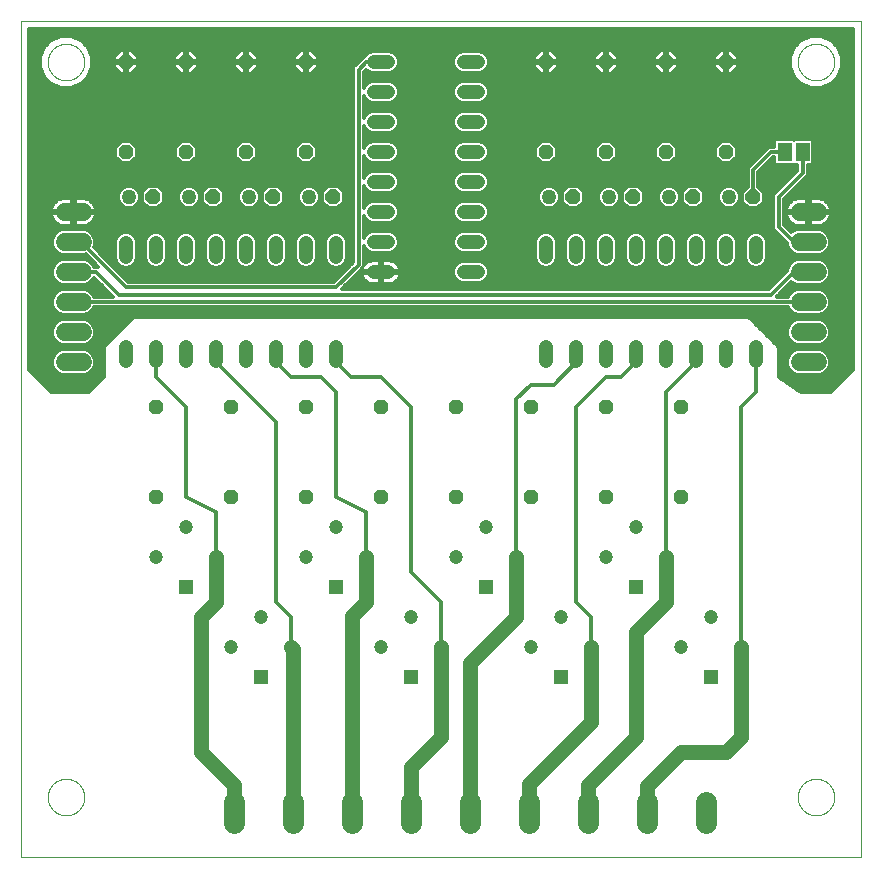
<source format=gbl>
G75*
%MOIN*%
%OFA0B0*%
%FSLAX25Y25*%
%IPPOS*%
%LPD*%
%AMOC8*
5,1,8,0,0,1.08239X$1,22.5*
%
%ADD10C,0.00000*%
%ADD11C,0.04800*%
%ADD12R,0.04724X0.04724*%
%ADD13C,0.04724*%
%ADD14C,0.07050*%
%ADD15OC8,0.04800*%
%ADD16OC8,0.05000*%
%ADD17C,0.05000*%
%ADD18R,0.04600X0.06300*%
%ADD19C,0.06000*%
%ADD20C,0.05000*%
%ADD21C,0.01200*%
D10*
X0001600Y0012379D02*
X0001600Y0291080D01*
X0281521Y0291080D01*
X0281521Y0012379D01*
X0001600Y0012379D01*
X0010498Y0032379D02*
X0010500Y0032535D01*
X0010506Y0032691D01*
X0010516Y0032846D01*
X0010530Y0033001D01*
X0010548Y0033156D01*
X0010570Y0033310D01*
X0010595Y0033464D01*
X0010625Y0033617D01*
X0010659Y0033769D01*
X0010696Y0033921D01*
X0010737Y0034071D01*
X0010782Y0034220D01*
X0010831Y0034368D01*
X0010884Y0034515D01*
X0010940Y0034660D01*
X0011000Y0034804D01*
X0011064Y0034946D01*
X0011132Y0035087D01*
X0011203Y0035225D01*
X0011277Y0035362D01*
X0011355Y0035497D01*
X0011436Y0035630D01*
X0011521Y0035761D01*
X0011609Y0035890D01*
X0011700Y0036016D01*
X0011795Y0036140D01*
X0011892Y0036261D01*
X0011993Y0036380D01*
X0012097Y0036497D01*
X0012203Y0036610D01*
X0012313Y0036721D01*
X0012425Y0036829D01*
X0012540Y0036934D01*
X0012658Y0037037D01*
X0012778Y0037136D01*
X0012901Y0037232D01*
X0013026Y0037325D01*
X0013153Y0037414D01*
X0013283Y0037501D01*
X0013415Y0037584D01*
X0013549Y0037663D01*
X0013685Y0037740D01*
X0013823Y0037812D01*
X0013962Y0037882D01*
X0014104Y0037947D01*
X0014247Y0038009D01*
X0014391Y0038067D01*
X0014537Y0038122D01*
X0014685Y0038173D01*
X0014833Y0038220D01*
X0014983Y0038263D01*
X0015134Y0038302D01*
X0015286Y0038338D01*
X0015438Y0038369D01*
X0015592Y0038397D01*
X0015746Y0038421D01*
X0015900Y0038441D01*
X0016055Y0038457D01*
X0016211Y0038469D01*
X0016366Y0038477D01*
X0016522Y0038481D01*
X0016678Y0038481D01*
X0016834Y0038477D01*
X0016989Y0038469D01*
X0017145Y0038457D01*
X0017300Y0038441D01*
X0017454Y0038421D01*
X0017608Y0038397D01*
X0017762Y0038369D01*
X0017914Y0038338D01*
X0018066Y0038302D01*
X0018217Y0038263D01*
X0018367Y0038220D01*
X0018515Y0038173D01*
X0018663Y0038122D01*
X0018809Y0038067D01*
X0018953Y0038009D01*
X0019096Y0037947D01*
X0019238Y0037882D01*
X0019377Y0037812D01*
X0019515Y0037740D01*
X0019651Y0037663D01*
X0019785Y0037584D01*
X0019917Y0037501D01*
X0020047Y0037414D01*
X0020174Y0037325D01*
X0020299Y0037232D01*
X0020422Y0037136D01*
X0020542Y0037037D01*
X0020660Y0036934D01*
X0020775Y0036829D01*
X0020887Y0036721D01*
X0020997Y0036610D01*
X0021103Y0036497D01*
X0021207Y0036380D01*
X0021308Y0036261D01*
X0021405Y0036140D01*
X0021500Y0036016D01*
X0021591Y0035890D01*
X0021679Y0035761D01*
X0021764Y0035630D01*
X0021845Y0035497D01*
X0021923Y0035362D01*
X0021997Y0035225D01*
X0022068Y0035087D01*
X0022136Y0034946D01*
X0022200Y0034804D01*
X0022260Y0034660D01*
X0022316Y0034515D01*
X0022369Y0034368D01*
X0022418Y0034220D01*
X0022463Y0034071D01*
X0022504Y0033921D01*
X0022541Y0033769D01*
X0022575Y0033617D01*
X0022605Y0033464D01*
X0022630Y0033310D01*
X0022652Y0033156D01*
X0022670Y0033001D01*
X0022684Y0032846D01*
X0022694Y0032691D01*
X0022700Y0032535D01*
X0022702Y0032379D01*
X0022700Y0032223D01*
X0022694Y0032067D01*
X0022684Y0031912D01*
X0022670Y0031757D01*
X0022652Y0031602D01*
X0022630Y0031448D01*
X0022605Y0031294D01*
X0022575Y0031141D01*
X0022541Y0030989D01*
X0022504Y0030837D01*
X0022463Y0030687D01*
X0022418Y0030538D01*
X0022369Y0030390D01*
X0022316Y0030243D01*
X0022260Y0030098D01*
X0022200Y0029954D01*
X0022136Y0029812D01*
X0022068Y0029671D01*
X0021997Y0029533D01*
X0021923Y0029396D01*
X0021845Y0029261D01*
X0021764Y0029128D01*
X0021679Y0028997D01*
X0021591Y0028868D01*
X0021500Y0028742D01*
X0021405Y0028618D01*
X0021308Y0028497D01*
X0021207Y0028378D01*
X0021103Y0028261D01*
X0020997Y0028148D01*
X0020887Y0028037D01*
X0020775Y0027929D01*
X0020660Y0027824D01*
X0020542Y0027721D01*
X0020422Y0027622D01*
X0020299Y0027526D01*
X0020174Y0027433D01*
X0020047Y0027344D01*
X0019917Y0027257D01*
X0019785Y0027174D01*
X0019651Y0027095D01*
X0019515Y0027018D01*
X0019377Y0026946D01*
X0019238Y0026876D01*
X0019096Y0026811D01*
X0018953Y0026749D01*
X0018809Y0026691D01*
X0018663Y0026636D01*
X0018515Y0026585D01*
X0018367Y0026538D01*
X0018217Y0026495D01*
X0018066Y0026456D01*
X0017914Y0026420D01*
X0017762Y0026389D01*
X0017608Y0026361D01*
X0017454Y0026337D01*
X0017300Y0026317D01*
X0017145Y0026301D01*
X0016989Y0026289D01*
X0016834Y0026281D01*
X0016678Y0026277D01*
X0016522Y0026277D01*
X0016366Y0026281D01*
X0016211Y0026289D01*
X0016055Y0026301D01*
X0015900Y0026317D01*
X0015746Y0026337D01*
X0015592Y0026361D01*
X0015438Y0026389D01*
X0015286Y0026420D01*
X0015134Y0026456D01*
X0014983Y0026495D01*
X0014833Y0026538D01*
X0014685Y0026585D01*
X0014537Y0026636D01*
X0014391Y0026691D01*
X0014247Y0026749D01*
X0014104Y0026811D01*
X0013962Y0026876D01*
X0013823Y0026946D01*
X0013685Y0027018D01*
X0013549Y0027095D01*
X0013415Y0027174D01*
X0013283Y0027257D01*
X0013153Y0027344D01*
X0013026Y0027433D01*
X0012901Y0027526D01*
X0012778Y0027622D01*
X0012658Y0027721D01*
X0012540Y0027824D01*
X0012425Y0027929D01*
X0012313Y0028037D01*
X0012203Y0028148D01*
X0012097Y0028261D01*
X0011993Y0028378D01*
X0011892Y0028497D01*
X0011795Y0028618D01*
X0011700Y0028742D01*
X0011609Y0028868D01*
X0011521Y0028997D01*
X0011436Y0029128D01*
X0011355Y0029261D01*
X0011277Y0029396D01*
X0011203Y0029533D01*
X0011132Y0029671D01*
X0011064Y0029812D01*
X0011000Y0029954D01*
X0010940Y0030098D01*
X0010884Y0030243D01*
X0010831Y0030390D01*
X0010782Y0030538D01*
X0010737Y0030687D01*
X0010696Y0030837D01*
X0010659Y0030989D01*
X0010625Y0031141D01*
X0010595Y0031294D01*
X0010570Y0031448D01*
X0010548Y0031602D01*
X0010530Y0031757D01*
X0010516Y0031912D01*
X0010506Y0032067D01*
X0010500Y0032223D01*
X0010498Y0032379D01*
X0010498Y0277379D02*
X0010500Y0277535D01*
X0010506Y0277691D01*
X0010516Y0277846D01*
X0010530Y0278001D01*
X0010548Y0278156D01*
X0010570Y0278310D01*
X0010595Y0278464D01*
X0010625Y0278617D01*
X0010659Y0278769D01*
X0010696Y0278921D01*
X0010737Y0279071D01*
X0010782Y0279220D01*
X0010831Y0279368D01*
X0010884Y0279515D01*
X0010940Y0279660D01*
X0011000Y0279804D01*
X0011064Y0279946D01*
X0011132Y0280087D01*
X0011203Y0280225D01*
X0011277Y0280362D01*
X0011355Y0280497D01*
X0011436Y0280630D01*
X0011521Y0280761D01*
X0011609Y0280890D01*
X0011700Y0281016D01*
X0011795Y0281140D01*
X0011892Y0281261D01*
X0011993Y0281380D01*
X0012097Y0281497D01*
X0012203Y0281610D01*
X0012313Y0281721D01*
X0012425Y0281829D01*
X0012540Y0281934D01*
X0012658Y0282037D01*
X0012778Y0282136D01*
X0012901Y0282232D01*
X0013026Y0282325D01*
X0013153Y0282414D01*
X0013283Y0282501D01*
X0013415Y0282584D01*
X0013549Y0282663D01*
X0013685Y0282740D01*
X0013823Y0282812D01*
X0013962Y0282882D01*
X0014104Y0282947D01*
X0014247Y0283009D01*
X0014391Y0283067D01*
X0014537Y0283122D01*
X0014685Y0283173D01*
X0014833Y0283220D01*
X0014983Y0283263D01*
X0015134Y0283302D01*
X0015286Y0283338D01*
X0015438Y0283369D01*
X0015592Y0283397D01*
X0015746Y0283421D01*
X0015900Y0283441D01*
X0016055Y0283457D01*
X0016211Y0283469D01*
X0016366Y0283477D01*
X0016522Y0283481D01*
X0016678Y0283481D01*
X0016834Y0283477D01*
X0016989Y0283469D01*
X0017145Y0283457D01*
X0017300Y0283441D01*
X0017454Y0283421D01*
X0017608Y0283397D01*
X0017762Y0283369D01*
X0017914Y0283338D01*
X0018066Y0283302D01*
X0018217Y0283263D01*
X0018367Y0283220D01*
X0018515Y0283173D01*
X0018663Y0283122D01*
X0018809Y0283067D01*
X0018953Y0283009D01*
X0019096Y0282947D01*
X0019238Y0282882D01*
X0019377Y0282812D01*
X0019515Y0282740D01*
X0019651Y0282663D01*
X0019785Y0282584D01*
X0019917Y0282501D01*
X0020047Y0282414D01*
X0020174Y0282325D01*
X0020299Y0282232D01*
X0020422Y0282136D01*
X0020542Y0282037D01*
X0020660Y0281934D01*
X0020775Y0281829D01*
X0020887Y0281721D01*
X0020997Y0281610D01*
X0021103Y0281497D01*
X0021207Y0281380D01*
X0021308Y0281261D01*
X0021405Y0281140D01*
X0021500Y0281016D01*
X0021591Y0280890D01*
X0021679Y0280761D01*
X0021764Y0280630D01*
X0021845Y0280497D01*
X0021923Y0280362D01*
X0021997Y0280225D01*
X0022068Y0280087D01*
X0022136Y0279946D01*
X0022200Y0279804D01*
X0022260Y0279660D01*
X0022316Y0279515D01*
X0022369Y0279368D01*
X0022418Y0279220D01*
X0022463Y0279071D01*
X0022504Y0278921D01*
X0022541Y0278769D01*
X0022575Y0278617D01*
X0022605Y0278464D01*
X0022630Y0278310D01*
X0022652Y0278156D01*
X0022670Y0278001D01*
X0022684Y0277846D01*
X0022694Y0277691D01*
X0022700Y0277535D01*
X0022702Y0277379D01*
X0022700Y0277223D01*
X0022694Y0277067D01*
X0022684Y0276912D01*
X0022670Y0276757D01*
X0022652Y0276602D01*
X0022630Y0276448D01*
X0022605Y0276294D01*
X0022575Y0276141D01*
X0022541Y0275989D01*
X0022504Y0275837D01*
X0022463Y0275687D01*
X0022418Y0275538D01*
X0022369Y0275390D01*
X0022316Y0275243D01*
X0022260Y0275098D01*
X0022200Y0274954D01*
X0022136Y0274812D01*
X0022068Y0274671D01*
X0021997Y0274533D01*
X0021923Y0274396D01*
X0021845Y0274261D01*
X0021764Y0274128D01*
X0021679Y0273997D01*
X0021591Y0273868D01*
X0021500Y0273742D01*
X0021405Y0273618D01*
X0021308Y0273497D01*
X0021207Y0273378D01*
X0021103Y0273261D01*
X0020997Y0273148D01*
X0020887Y0273037D01*
X0020775Y0272929D01*
X0020660Y0272824D01*
X0020542Y0272721D01*
X0020422Y0272622D01*
X0020299Y0272526D01*
X0020174Y0272433D01*
X0020047Y0272344D01*
X0019917Y0272257D01*
X0019785Y0272174D01*
X0019651Y0272095D01*
X0019515Y0272018D01*
X0019377Y0271946D01*
X0019238Y0271876D01*
X0019096Y0271811D01*
X0018953Y0271749D01*
X0018809Y0271691D01*
X0018663Y0271636D01*
X0018515Y0271585D01*
X0018367Y0271538D01*
X0018217Y0271495D01*
X0018066Y0271456D01*
X0017914Y0271420D01*
X0017762Y0271389D01*
X0017608Y0271361D01*
X0017454Y0271337D01*
X0017300Y0271317D01*
X0017145Y0271301D01*
X0016989Y0271289D01*
X0016834Y0271281D01*
X0016678Y0271277D01*
X0016522Y0271277D01*
X0016366Y0271281D01*
X0016211Y0271289D01*
X0016055Y0271301D01*
X0015900Y0271317D01*
X0015746Y0271337D01*
X0015592Y0271361D01*
X0015438Y0271389D01*
X0015286Y0271420D01*
X0015134Y0271456D01*
X0014983Y0271495D01*
X0014833Y0271538D01*
X0014685Y0271585D01*
X0014537Y0271636D01*
X0014391Y0271691D01*
X0014247Y0271749D01*
X0014104Y0271811D01*
X0013962Y0271876D01*
X0013823Y0271946D01*
X0013685Y0272018D01*
X0013549Y0272095D01*
X0013415Y0272174D01*
X0013283Y0272257D01*
X0013153Y0272344D01*
X0013026Y0272433D01*
X0012901Y0272526D01*
X0012778Y0272622D01*
X0012658Y0272721D01*
X0012540Y0272824D01*
X0012425Y0272929D01*
X0012313Y0273037D01*
X0012203Y0273148D01*
X0012097Y0273261D01*
X0011993Y0273378D01*
X0011892Y0273497D01*
X0011795Y0273618D01*
X0011700Y0273742D01*
X0011609Y0273868D01*
X0011521Y0273997D01*
X0011436Y0274128D01*
X0011355Y0274261D01*
X0011277Y0274396D01*
X0011203Y0274533D01*
X0011132Y0274671D01*
X0011064Y0274812D01*
X0011000Y0274954D01*
X0010940Y0275098D01*
X0010884Y0275243D01*
X0010831Y0275390D01*
X0010782Y0275538D01*
X0010737Y0275687D01*
X0010696Y0275837D01*
X0010659Y0275989D01*
X0010625Y0276141D01*
X0010595Y0276294D01*
X0010570Y0276448D01*
X0010548Y0276602D01*
X0010530Y0276757D01*
X0010516Y0276912D01*
X0010506Y0277067D01*
X0010500Y0277223D01*
X0010498Y0277379D01*
X0260498Y0277379D02*
X0260500Y0277535D01*
X0260506Y0277691D01*
X0260516Y0277846D01*
X0260530Y0278001D01*
X0260548Y0278156D01*
X0260570Y0278310D01*
X0260595Y0278464D01*
X0260625Y0278617D01*
X0260659Y0278769D01*
X0260696Y0278921D01*
X0260737Y0279071D01*
X0260782Y0279220D01*
X0260831Y0279368D01*
X0260884Y0279515D01*
X0260940Y0279660D01*
X0261000Y0279804D01*
X0261064Y0279946D01*
X0261132Y0280087D01*
X0261203Y0280225D01*
X0261277Y0280362D01*
X0261355Y0280497D01*
X0261436Y0280630D01*
X0261521Y0280761D01*
X0261609Y0280890D01*
X0261700Y0281016D01*
X0261795Y0281140D01*
X0261892Y0281261D01*
X0261993Y0281380D01*
X0262097Y0281497D01*
X0262203Y0281610D01*
X0262313Y0281721D01*
X0262425Y0281829D01*
X0262540Y0281934D01*
X0262658Y0282037D01*
X0262778Y0282136D01*
X0262901Y0282232D01*
X0263026Y0282325D01*
X0263153Y0282414D01*
X0263283Y0282501D01*
X0263415Y0282584D01*
X0263549Y0282663D01*
X0263685Y0282740D01*
X0263823Y0282812D01*
X0263962Y0282882D01*
X0264104Y0282947D01*
X0264247Y0283009D01*
X0264391Y0283067D01*
X0264537Y0283122D01*
X0264685Y0283173D01*
X0264833Y0283220D01*
X0264983Y0283263D01*
X0265134Y0283302D01*
X0265286Y0283338D01*
X0265438Y0283369D01*
X0265592Y0283397D01*
X0265746Y0283421D01*
X0265900Y0283441D01*
X0266055Y0283457D01*
X0266211Y0283469D01*
X0266366Y0283477D01*
X0266522Y0283481D01*
X0266678Y0283481D01*
X0266834Y0283477D01*
X0266989Y0283469D01*
X0267145Y0283457D01*
X0267300Y0283441D01*
X0267454Y0283421D01*
X0267608Y0283397D01*
X0267762Y0283369D01*
X0267914Y0283338D01*
X0268066Y0283302D01*
X0268217Y0283263D01*
X0268367Y0283220D01*
X0268515Y0283173D01*
X0268663Y0283122D01*
X0268809Y0283067D01*
X0268953Y0283009D01*
X0269096Y0282947D01*
X0269238Y0282882D01*
X0269377Y0282812D01*
X0269515Y0282740D01*
X0269651Y0282663D01*
X0269785Y0282584D01*
X0269917Y0282501D01*
X0270047Y0282414D01*
X0270174Y0282325D01*
X0270299Y0282232D01*
X0270422Y0282136D01*
X0270542Y0282037D01*
X0270660Y0281934D01*
X0270775Y0281829D01*
X0270887Y0281721D01*
X0270997Y0281610D01*
X0271103Y0281497D01*
X0271207Y0281380D01*
X0271308Y0281261D01*
X0271405Y0281140D01*
X0271500Y0281016D01*
X0271591Y0280890D01*
X0271679Y0280761D01*
X0271764Y0280630D01*
X0271845Y0280497D01*
X0271923Y0280362D01*
X0271997Y0280225D01*
X0272068Y0280087D01*
X0272136Y0279946D01*
X0272200Y0279804D01*
X0272260Y0279660D01*
X0272316Y0279515D01*
X0272369Y0279368D01*
X0272418Y0279220D01*
X0272463Y0279071D01*
X0272504Y0278921D01*
X0272541Y0278769D01*
X0272575Y0278617D01*
X0272605Y0278464D01*
X0272630Y0278310D01*
X0272652Y0278156D01*
X0272670Y0278001D01*
X0272684Y0277846D01*
X0272694Y0277691D01*
X0272700Y0277535D01*
X0272702Y0277379D01*
X0272700Y0277223D01*
X0272694Y0277067D01*
X0272684Y0276912D01*
X0272670Y0276757D01*
X0272652Y0276602D01*
X0272630Y0276448D01*
X0272605Y0276294D01*
X0272575Y0276141D01*
X0272541Y0275989D01*
X0272504Y0275837D01*
X0272463Y0275687D01*
X0272418Y0275538D01*
X0272369Y0275390D01*
X0272316Y0275243D01*
X0272260Y0275098D01*
X0272200Y0274954D01*
X0272136Y0274812D01*
X0272068Y0274671D01*
X0271997Y0274533D01*
X0271923Y0274396D01*
X0271845Y0274261D01*
X0271764Y0274128D01*
X0271679Y0273997D01*
X0271591Y0273868D01*
X0271500Y0273742D01*
X0271405Y0273618D01*
X0271308Y0273497D01*
X0271207Y0273378D01*
X0271103Y0273261D01*
X0270997Y0273148D01*
X0270887Y0273037D01*
X0270775Y0272929D01*
X0270660Y0272824D01*
X0270542Y0272721D01*
X0270422Y0272622D01*
X0270299Y0272526D01*
X0270174Y0272433D01*
X0270047Y0272344D01*
X0269917Y0272257D01*
X0269785Y0272174D01*
X0269651Y0272095D01*
X0269515Y0272018D01*
X0269377Y0271946D01*
X0269238Y0271876D01*
X0269096Y0271811D01*
X0268953Y0271749D01*
X0268809Y0271691D01*
X0268663Y0271636D01*
X0268515Y0271585D01*
X0268367Y0271538D01*
X0268217Y0271495D01*
X0268066Y0271456D01*
X0267914Y0271420D01*
X0267762Y0271389D01*
X0267608Y0271361D01*
X0267454Y0271337D01*
X0267300Y0271317D01*
X0267145Y0271301D01*
X0266989Y0271289D01*
X0266834Y0271281D01*
X0266678Y0271277D01*
X0266522Y0271277D01*
X0266366Y0271281D01*
X0266211Y0271289D01*
X0266055Y0271301D01*
X0265900Y0271317D01*
X0265746Y0271337D01*
X0265592Y0271361D01*
X0265438Y0271389D01*
X0265286Y0271420D01*
X0265134Y0271456D01*
X0264983Y0271495D01*
X0264833Y0271538D01*
X0264685Y0271585D01*
X0264537Y0271636D01*
X0264391Y0271691D01*
X0264247Y0271749D01*
X0264104Y0271811D01*
X0263962Y0271876D01*
X0263823Y0271946D01*
X0263685Y0272018D01*
X0263549Y0272095D01*
X0263415Y0272174D01*
X0263283Y0272257D01*
X0263153Y0272344D01*
X0263026Y0272433D01*
X0262901Y0272526D01*
X0262778Y0272622D01*
X0262658Y0272721D01*
X0262540Y0272824D01*
X0262425Y0272929D01*
X0262313Y0273037D01*
X0262203Y0273148D01*
X0262097Y0273261D01*
X0261993Y0273378D01*
X0261892Y0273497D01*
X0261795Y0273618D01*
X0261700Y0273742D01*
X0261609Y0273868D01*
X0261521Y0273997D01*
X0261436Y0274128D01*
X0261355Y0274261D01*
X0261277Y0274396D01*
X0261203Y0274533D01*
X0261132Y0274671D01*
X0261064Y0274812D01*
X0261000Y0274954D01*
X0260940Y0275098D01*
X0260884Y0275243D01*
X0260831Y0275390D01*
X0260782Y0275538D01*
X0260737Y0275687D01*
X0260696Y0275837D01*
X0260659Y0275989D01*
X0260625Y0276141D01*
X0260595Y0276294D01*
X0260570Y0276448D01*
X0260548Y0276602D01*
X0260530Y0276757D01*
X0260516Y0276912D01*
X0260506Y0277067D01*
X0260500Y0277223D01*
X0260498Y0277379D01*
X0260498Y0032379D02*
X0260500Y0032535D01*
X0260506Y0032691D01*
X0260516Y0032846D01*
X0260530Y0033001D01*
X0260548Y0033156D01*
X0260570Y0033310D01*
X0260595Y0033464D01*
X0260625Y0033617D01*
X0260659Y0033769D01*
X0260696Y0033921D01*
X0260737Y0034071D01*
X0260782Y0034220D01*
X0260831Y0034368D01*
X0260884Y0034515D01*
X0260940Y0034660D01*
X0261000Y0034804D01*
X0261064Y0034946D01*
X0261132Y0035087D01*
X0261203Y0035225D01*
X0261277Y0035362D01*
X0261355Y0035497D01*
X0261436Y0035630D01*
X0261521Y0035761D01*
X0261609Y0035890D01*
X0261700Y0036016D01*
X0261795Y0036140D01*
X0261892Y0036261D01*
X0261993Y0036380D01*
X0262097Y0036497D01*
X0262203Y0036610D01*
X0262313Y0036721D01*
X0262425Y0036829D01*
X0262540Y0036934D01*
X0262658Y0037037D01*
X0262778Y0037136D01*
X0262901Y0037232D01*
X0263026Y0037325D01*
X0263153Y0037414D01*
X0263283Y0037501D01*
X0263415Y0037584D01*
X0263549Y0037663D01*
X0263685Y0037740D01*
X0263823Y0037812D01*
X0263962Y0037882D01*
X0264104Y0037947D01*
X0264247Y0038009D01*
X0264391Y0038067D01*
X0264537Y0038122D01*
X0264685Y0038173D01*
X0264833Y0038220D01*
X0264983Y0038263D01*
X0265134Y0038302D01*
X0265286Y0038338D01*
X0265438Y0038369D01*
X0265592Y0038397D01*
X0265746Y0038421D01*
X0265900Y0038441D01*
X0266055Y0038457D01*
X0266211Y0038469D01*
X0266366Y0038477D01*
X0266522Y0038481D01*
X0266678Y0038481D01*
X0266834Y0038477D01*
X0266989Y0038469D01*
X0267145Y0038457D01*
X0267300Y0038441D01*
X0267454Y0038421D01*
X0267608Y0038397D01*
X0267762Y0038369D01*
X0267914Y0038338D01*
X0268066Y0038302D01*
X0268217Y0038263D01*
X0268367Y0038220D01*
X0268515Y0038173D01*
X0268663Y0038122D01*
X0268809Y0038067D01*
X0268953Y0038009D01*
X0269096Y0037947D01*
X0269238Y0037882D01*
X0269377Y0037812D01*
X0269515Y0037740D01*
X0269651Y0037663D01*
X0269785Y0037584D01*
X0269917Y0037501D01*
X0270047Y0037414D01*
X0270174Y0037325D01*
X0270299Y0037232D01*
X0270422Y0037136D01*
X0270542Y0037037D01*
X0270660Y0036934D01*
X0270775Y0036829D01*
X0270887Y0036721D01*
X0270997Y0036610D01*
X0271103Y0036497D01*
X0271207Y0036380D01*
X0271308Y0036261D01*
X0271405Y0036140D01*
X0271500Y0036016D01*
X0271591Y0035890D01*
X0271679Y0035761D01*
X0271764Y0035630D01*
X0271845Y0035497D01*
X0271923Y0035362D01*
X0271997Y0035225D01*
X0272068Y0035087D01*
X0272136Y0034946D01*
X0272200Y0034804D01*
X0272260Y0034660D01*
X0272316Y0034515D01*
X0272369Y0034368D01*
X0272418Y0034220D01*
X0272463Y0034071D01*
X0272504Y0033921D01*
X0272541Y0033769D01*
X0272575Y0033617D01*
X0272605Y0033464D01*
X0272630Y0033310D01*
X0272652Y0033156D01*
X0272670Y0033001D01*
X0272684Y0032846D01*
X0272694Y0032691D01*
X0272700Y0032535D01*
X0272702Y0032379D01*
X0272700Y0032223D01*
X0272694Y0032067D01*
X0272684Y0031912D01*
X0272670Y0031757D01*
X0272652Y0031602D01*
X0272630Y0031448D01*
X0272605Y0031294D01*
X0272575Y0031141D01*
X0272541Y0030989D01*
X0272504Y0030837D01*
X0272463Y0030687D01*
X0272418Y0030538D01*
X0272369Y0030390D01*
X0272316Y0030243D01*
X0272260Y0030098D01*
X0272200Y0029954D01*
X0272136Y0029812D01*
X0272068Y0029671D01*
X0271997Y0029533D01*
X0271923Y0029396D01*
X0271845Y0029261D01*
X0271764Y0029128D01*
X0271679Y0028997D01*
X0271591Y0028868D01*
X0271500Y0028742D01*
X0271405Y0028618D01*
X0271308Y0028497D01*
X0271207Y0028378D01*
X0271103Y0028261D01*
X0270997Y0028148D01*
X0270887Y0028037D01*
X0270775Y0027929D01*
X0270660Y0027824D01*
X0270542Y0027721D01*
X0270422Y0027622D01*
X0270299Y0027526D01*
X0270174Y0027433D01*
X0270047Y0027344D01*
X0269917Y0027257D01*
X0269785Y0027174D01*
X0269651Y0027095D01*
X0269515Y0027018D01*
X0269377Y0026946D01*
X0269238Y0026876D01*
X0269096Y0026811D01*
X0268953Y0026749D01*
X0268809Y0026691D01*
X0268663Y0026636D01*
X0268515Y0026585D01*
X0268367Y0026538D01*
X0268217Y0026495D01*
X0268066Y0026456D01*
X0267914Y0026420D01*
X0267762Y0026389D01*
X0267608Y0026361D01*
X0267454Y0026337D01*
X0267300Y0026317D01*
X0267145Y0026301D01*
X0266989Y0026289D01*
X0266834Y0026281D01*
X0266678Y0026277D01*
X0266522Y0026277D01*
X0266366Y0026281D01*
X0266211Y0026289D01*
X0266055Y0026301D01*
X0265900Y0026317D01*
X0265746Y0026337D01*
X0265592Y0026361D01*
X0265438Y0026389D01*
X0265286Y0026420D01*
X0265134Y0026456D01*
X0264983Y0026495D01*
X0264833Y0026538D01*
X0264685Y0026585D01*
X0264537Y0026636D01*
X0264391Y0026691D01*
X0264247Y0026749D01*
X0264104Y0026811D01*
X0263962Y0026876D01*
X0263823Y0026946D01*
X0263685Y0027018D01*
X0263549Y0027095D01*
X0263415Y0027174D01*
X0263283Y0027257D01*
X0263153Y0027344D01*
X0263026Y0027433D01*
X0262901Y0027526D01*
X0262778Y0027622D01*
X0262658Y0027721D01*
X0262540Y0027824D01*
X0262425Y0027929D01*
X0262313Y0028037D01*
X0262203Y0028148D01*
X0262097Y0028261D01*
X0261993Y0028378D01*
X0261892Y0028497D01*
X0261795Y0028618D01*
X0261700Y0028742D01*
X0261609Y0028868D01*
X0261521Y0028997D01*
X0261436Y0029128D01*
X0261355Y0029261D01*
X0261277Y0029396D01*
X0261203Y0029533D01*
X0261132Y0029671D01*
X0261064Y0029812D01*
X0261000Y0029954D01*
X0260940Y0030098D01*
X0260884Y0030243D01*
X0260831Y0030390D01*
X0260782Y0030538D01*
X0260737Y0030687D01*
X0260696Y0030837D01*
X0260659Y0030989D01*
X0260625Y0031141D01*
X0260595Y0031294D01*
X0260570Y0031448D01*
X0260548Y0031602D01*
X0260530Y0031757D01*
X0260516Y0031912D01*
X0260506Y0032067D01*
X0260500Y0032223D01*
X0260498Y0032379D01*
D11*
X0246600Y0177579D02*
X0246600Y0182379D01*
X0236600Y0182379D02*
X0236600Y0177579D01*
X0226600Y0177579D02*
X0226600Y0182379D01*
X0216600Y0182379D02*
X0216600Y0177579D01*
X0206600Y0177579D02*
X0206600Y0182379D01*
X0196600Y0182379D02*
X0196600Y0177579D01*
X0186600Y0177579D02*
X0186600Y0182379D01*
X0176600Y0182379D02*
X0176600Y0177579D01*
X0154000Y0207379D02*
X0149200Y0207379D01*
X0149200Y0217379D02*
X0154000Y0217379D01*
X0154000Y0227379D02*
X0149200Y0227379D01*
X0149200Y0237379D02*
X0154000Y0237379D01*
X0154000Y0247379D02*
X0149200Y0247379D01*
X0149200Y0257379D02*
X0154000Y0257379D01*
X0154000Y0267379D02*
X0149200Y0267379D01*
X0149200Y0277379D02*
X0154000Y0277379D01*
X0124000Y0277379D02*
X0119200Y0277379D01*
X0119200Y0267379D02*
X0124000Y0267379D01*
X0124000Y0257379D02*
X0119200Y0257379D01*
X0119200Y0247379D02*
X0124000Y0247379D01*
X0124000Y0237379D02*
X0119200Y0237379D01*
X0119200Y0227379D02*
X0124000Y0227379D01*
X0124000Y0217379D02*
X0119200Y0217379D01*
X0119200Y0207379D02*
X0124000Y0207379D01*
X0106600Y0212379D02*
X0106600Y0217179D01*
X0096600Y0217179D02*
X0096600Y0212379D01*
X0086600Y0212379D02*
X0086600Y0217179D01*
X0076600Y0217179D02*
X0076600Y0212379D01*
X0066600Y0212379D02*
X0066600Y0217179D01*
X0056600Y0217179D02*
X0056600Y0212379D01*
X0046600Y0212379D02*
X0046600Y0217179D01*
X0036600Y0217179D02*
X0036600Y0212379D01*
X0036600Y0182379D02*
X0036600Y0177579D01*
X0046600Y0177579D02*
X0046600Y0182379D01*
X0056600Y0182379D02*
X0056600Y0177579D01*
X0066600Y0177579D02*
X0066600Y0182379D01*
X0076600Y0182379D02*
X0076600Y0177579D01*
X0086600Y0177579D02*
X0086600Y0182379D01*
X0096600Y0182379D02*
X0096600Y0177579D01*
X0106600Y0177579D02*
X0106600Y0182379D01*
X0176600Y0212379D02*
X0176600Y0217179D01*
X0186600Y0217179D02*
X0186600Y0212379D01*
X0196600Y0212379D02*
X0196600Y0217179D01*
X0206600Y0217179D02*
X0206600Y0212379D01*
X0216600Y0212379D02*
X0216600Y0217179D01*
X0226600Y0217179D02*
X0226600Y0212379D01*
X0236600Y0212379D02*
X0236600Y0217179D01*
X0246600Y0217179D02*
X0246600Y0212379D01*
D12*
X0206600Y0102339D03*
X0181600Y0072339D03*
X0156600Y0102339D03*
X0131600Y0072339D03*
X0106600Y0102339D03*
X0081600Y0072339D03*
X0056600Y0102339D03*
X0231600Y0072339D03*
D13*
X0221561Y0082379D03*
X0231600Y0092418D03*
X0241639Y0082379D03*
X0216639Y0112379D03*
X0206600Y0122418D03*
X0196561Y0112379D03*
X0181600Y0092418D03*
X0191639Y0082379D03*
X0171561Y0082379D03*
X0141639Y0082379D03*
X0131600Y0092418D03*
X0121561Y0082379D03*
X0091639Y0082379D03*
X0081600Y0092418D03*
X0071561Y0082379D03*
X0066639Y0112379D03*
X0056600Y0122418D03*
X0046561Y0112379D03*
X0096561Y0112379D03*
X0106600Y0122418D03*
X0116639Y0112379D03*
X0146561Y0112379D03*
X0156600Y0122418D03*
X0166639Y0112379D03*
D14*
X0170891Y0030825D02*
X0170891Y0023775D01*
X0151206Y0023775D02*
X0151206Y0030825D01*
X0131521Y0030825D02*
X0131521Y0023775D01*
X0111836Y0023775D02*
X0111836Y0030825D01*
X0092151Y0030825D02*
X0092151Y0023775D01*
X0072466Y0023775D02*
X0072466Y0030825D01*
X0190576Y0030825D02*
X0190576Y0023775D01*
X0210261Y0023775D02*
X0210261Y0030825D01*
X0229946Y0030825D02*
X0229946Y0023775D01*
D15*
X0221600Y0132379D03*
X0196600Y0132379D03*
X0171600Y0132379D03*
X0146600Y0132379D03*
X0121600Y0132379D03*
X0096600Y0132379D03*
X0071600Y0132379D03*
X0046600Y0132379D03*
X0046600Y0162379D03*
X0071600Y0162379D03*
X0096600Y0162379D03*
X0121600Y0162379D03*
X0146600Y0162379D03*
X0171600Y0162379D03*
X0196600Y0162379D03*
X0221600Y0162379D03*
X0216600Y0247379D03*
X0196600Y0247379D03*
X0176600Y0247379D03*
X0176600Y0277379D03*
X0196600Y0277379D03*
X0216600Y0277379D03*
X0236600Y0277379D03*
X0236600Y0247379D03*
X0096600Y0247379D03*
X0076600Y0247379D03*
X0056600Y0247379D03*
X0036600Y0247379D03*
X0036600Y0277379D03*
X0056600Y0277379D03*
X0076600Y0277379D03*
X0096600Y0277379D03*
D16*
X0105600Y0232379D03*
X0085600Y0232379D03*
X0065600Y0232379D03*
X0045600Y0232379D03*
X0185600Y0232379D03*
X0205600Y0232379D03*
X0225600Y0232379D03*
X0245600Y0232379D03*
D17*
X0237600Y0232379D03*
X0217600Y0232379D03*
X0197600Y0232379D03*
X0177600Y0232379D03*
X0097600Y0232379D03*
X0077600Y0232379D03*
X0057600Y0232379D03*
X0037600Y0232379D03*
D18*
X0256100Y0247379D03*
X0262100Y0247379D03*
D19*
X0261100Y0227379D02*
X0267100Y0227379D01*
X0267100Y0217379D02*
X0261100Y0217379D01*
X0261100Y0207379D02*
X0267100Y0207379D01*
X0267100Y0197379D02*
X0261100Y0197379D01*
X0261100Y0187379D02*
X0267100Y0187379D01*
X0267100Y0177379D02*
X0261100Y0177379D01*
X0022100Y0177379D02*
X0016100Y0177379D01*
X0016100Y0187379D02*
X0022100Y0187379D01*
X0022100Y0197379D02*
X0016100Y0197379D01*
X0016100Y0207379D02*
X0022100Y0207379D01*
X0022100Y0217379D02*
X0016100Y0217379D01*
X0016100Y0227379D02*
X0022100Y0227379D01*
D20*
X0066639Y0112379D02*
X0066639Y0097418D01*
X0061600Y0092379D01*
X0061600Y0047379D01*
X0072466Y0036513D01*
X0072466Y0027300D01*
X0092151Y0027300D02*
X0092151Y0081867D01*
X0091639Y0082379D01*
X0111836Y0092615D02*
X0116600Y0097379D01*
X0116600Y0112339D01*
X0116639Y0112379D01*
X0111836Y0092615D02*
X0111836Y0027300D01*
X0131521Y0027300D02*
X0131521Y0042300D01*
X0141600Y0052379D01*
X0141600Y0082339D01*
X0141639Y0082379D01*
X0151206Y0076985D02*
X0151206Y0027300D01*
X0170891Y0027300D02*
X0170891Y0036670D01*
X0191600Y0057379D01*
X0191600Y0082339D01*
X0191639Y0082379D01*
X0206600Y0087379D02*
X0216600Y0097379D01*
X0216600Y0112339D01*
X0216639Y0112379D01*
X0206600Y0087379D02*
X0206600Y0052379D01*
X0190576Y0036355D01*
X0190576Y0027300D01*
X0210261Y0027300D02*
X0210261Y0036040D01*
X0221600Y0047379D01*
X0236600Y0047379D01*
X0241600Y0052379D01*
X0241600Y0082339D01*
X0241639Y0082379D01*
X0166600Y0092379D02*
X0166600Y0112339D01*
X0166639Y0112379D01*
X0166600Y0092379D02*
X0151206Y0076985D01*
D21*
X0141639Y0082379D02*
X0141639Y0097339D01*
X0131600Y0107379D01*
X0131600Y0162379D01*
X0121600Y0172379D01*
X0111600Y0172379D01*
X0106600Y0177379D01*
X0106600Y0182379D01*
X0101600Y0172379D02*
X0106600Y0167379D01*
X0106600Y0132379D01*
X0116600Y0127379D01*
X0116600Y0112418D01*
X0116639Y0112379D01*
X0091600Y0092379D02*
X0091600Y0082418D01*
X0091639Y0082379D01*
X0091600Y0092379D02*
X0086600Y0097379D01*
X0086600Y0157379D01*
X0066600Y0177379D01*
X0066600Y0182379D01*
X0046600Y0182379D02*
X0046600Y0172379D01*
X0056600Y0162379D01*
X0056600Y0132379D01*
X0066639Y0127339D01*
X0066639Y0112379D01*
X0024100Y0167379D02*
X0011600Y0167379D01*
X0004200Y0174779D01*
X0004200Y0288480D01*
X0278921Y0288480D01*
X0278921Y0174700D01*
X0271600Y0167379D01*
X0261600Y0167379D01*
X0254100Y0172379D01*
X0254100Y0182379D01*
X0244100Y0192379D01*
X0039100Y0192379D01*
X0029100Y0182379D01*
X0029100Y0172379D01*
X0024100Y0167379D01*
X0024906Y0168185D02*
X0010794Y0168185D01*
X0009595Y0169384D02*
X0026105Y0169384D01*
X0027303Y0170582D02*
X0008397Y0170582D01*
X0007198Y0171781D02*
X0028502Y0171781D01*
X0029100Y0172979D02*
X0005999Y0172979D01*
X0004801Y0174178D02*
X0013361Y0174178D01*
X0013721Y0173818D02*
X0015265Y0173179D01*
X0022935Y0173179D01*
X0024479Y0173818D01*
X0025661Y0175000D01*
X0026300Y0176543D01*
X0026300Y0178214D01*
X0025661Y0179758D01*
X0024479Y0180939D01*
X0022935Y0181579D01*
X0015265Y0181579D01*
X0013721Y0180939D01*
X0012539Y0179758D01*
X0011900Y0178214D01*
X0011900Y0176543D01*
X0012539Y0175000D01*
X0013721Y0173818D01*
X0012383Y0175376D02*
X0004200Y0175376D01*
X0004200Y0176575D02*
X0011900Y0176575D01*
X0011900Y0177773D02*
X0004200Y0177773D01*
X0004200Y0178972D02*
X0012214Y0178972D01*
X0012952Y0180170D02*
X0004200Y0180170D01*
X0004200Y0181369D02*
X0014758Y0181369D01*
X0015265Y0183179D02*
X0013721Y0183818D01*
X0012539Y0185000D01*
X0011900Y0186543D01*
X0011900Y0188214D01*
X0012539Y0189758D01*
X0013721Y0190939D01*
X0015265Y0191579D01*
X0022935Y0191579D01*
X0024479Y0190939D01*
X0025661Y0189758D01*
X0026300Y0188214D01*
X0026300Y0186543D01*
X0025661Y0185000D01*
X0024479Y0183818D01*
X0022935Y0183179D01*
X0015265Y0183179D01*
X0013847Y0183766D02*
X0004200Y0183766D01*
X0004200Y0184964D02*
X0012575Y0184964D01*
X0012058Y0186163D02*
X0004200Y0186163D01*
X0004200Y0187361D02*
X0011900Y0187361D01*
X0012043Y0188560D02*
X0004200Y0188560D01*
X0004200Y0189758D02*
X0012540Y0189758D01*
X0013763Y0190957D02*
X0004200Y0190957D01*
X0004200Y0192155D02*
X0038877Y0192155D01*
X0037678Y0190957D02*
X0024437Y0190957D01*
X0025660Y0189758D02*
X0036480Y0189758D01*
X0035281Y0188560D02*
X0026157Y0188560D01*
X0026300Y0187361D02*
X0034083Y0187361D01*
X0032884Y0186163D02*
X0026142Y0186163D01*
X0025625Y0184964D02*
X0031686Y0184964D01*
X0030487Y0183766D02*
X0024353Y0183766D01*
X0023442Y0181369D02*
X0029100Y0181369D01*
X0029100Y0180170D02*
X0025248Y0180170D01*
X0025986Y0178972D02*
X0029100Y0178972D01*
X0029100Y0177773D02*
X0026300Y0177773D01*
X0026300Y0176575D02*
X0029100Y0176575D01*
X0029100Y0175376D02*
X0025817Y0175376D01*
X0024839Y0174178D02*
X0029100Y0174178D01*
X0029289Y0182567D02*
X0004200Y0182567D01*
X0004200Y0193354D02*
X0014842Y0193354D01*
X0015265Y0193179D02*
X0022935Y0193179D01*
X0024479Y0193818D01*
X0025661Y0195000D01*
X0025900Y0195579D01*
X0257300Y0195579D01*
X0257539Y0195000D01*
X0258721Y0193818D01*
X0260265Y0193179D01*
X0267935Y0193179D01*
X0269479Y0193818D01*
X0270661Y0195000D01*
X0271300Y0196543D01*
X0271300Y0198214D01*
X0270661Y0199758D01*
X0269479Y0200939D01*
X0267935Y0201579D01*
X0260265Y0201579D01*
X0258721Y0200939D01*
X0257539Y0199758D01*
X0257300Y0199179D01*
X0253446Y0199179D01*
X0258403Y0204136D01*
X0258721Y0203818D01*
X0260265Y0203179D01*
X0267935Y0203179D01*
X0269479Y0203818D01*
X0270661Y0205000D01*
X0271300Y0206543D01*
X0271300Y0208214D01*
X0270661Y0209758D01*
X0269479Y0210939D01*
X0267935Y0211579D01*
X0260265Y0211579D01*
X0258721Y0210939D01*
X0257539Y0209758D01*
X0256900Y0208214D01*
X0256900Y0207724D01*
X0250854Y0201679D01*
X0108446Y0201679D01*
X0114846Y0208079D01*
X0115383Y0208616D01*
X0115354Y0208545D01*
X0115200Y0207773D01*
X0115200Y0207579D01*
X0121400Y0207579D01*
X0121400Y0211379D01*
X0118806Y0211379D01*
X0118033Y0211225D01*
X0117305Y0210923D01*
X0116650Y0210486D01*
X0116093Y0209929D01*
X0115900Y0209640D01*
X0115900Y0215938D01*
X0116148Y0215339D01*
X0117161Y0214327D01*
X0118484Y0213779D01*
X0124716Y0213779D01*
X0126039Y0214327D01*
X0127052Y0215339D01*
X0127600Y0216663D01*
X0127600Y0218095D01*
X0127052Y0219418D01*
X0126039Y0220431D01*
X0124716Y0220979D01*
X0118484Y0220979D01*
X0117161Y0220431D01*
X0116148Y0219418D01*
X0115900Y0218819D01*
X0115900Y0225938D01*
X0116148Y0225339D01*
X0117161Y0224327D01*
X0118484Y0223779D01*
X0124716Y0223779D01*
X0126039Y0224327D01*
X0127052Y0225339D01*
X0127600Y0226663D01*
X0127600Y0228095D01*
X0127052Y0229418D01*
X0126039Y0230431D01*
X0124716Y0230979D01*
X0118484Y0230979D01*
X0117161Y0230431D01*
X0116148Y0229418D01*
X0115900Y0228819D01*
X0115900Y0235938D01*
X0116148Y0235339D01*
X0117161Y0234327D01*
X0118484Y0233779D01*
X0124716Y0233779D01*
X0126039Y0234327D01*
X0127052Y0235339D01*
X0127600Y0236663D01*
X0127600Y0238095D01*
X0127052Y0239418D01*
X0126039Y0240431D01*
X0124716Y0240979D01*
X0118484Y0240979D01*
X0117161Y0240431D01*
X0116148Y0239418D01*
X0115900Y0238819D01*
X0115900Y0245938D01*
X0116148Y0245339D01*
X0117161Y0244327D01*
X0118484Y0243779D01*
X0124716Y0243779D01*
X0126039Y0244327D01*
X0127052Y0245339D01*
X0127600Y0246663D01*
X0127600Y0248095D01*
X0127052Y0249418D01*
X0126039Y0250431D01*
X0124716Y0250979D01*
X0118484Y0250979D01*
X0117161Y0250431D01*
X0116148Y0249418D01*
X0115900Y0248819D01*
X0115900Y0255938D01*
X0116148Y0255339D01*
X0117161Y0254327D01*
X0118484Y0253779D01*
X0124716Y0253779D01*
X0126039Y0254327D01*
X0127052Y0255339D01*
X0127600Y0256663D01*
X0127600Y0258095D01*
X0127052Y0259418D01*
X0126039Y0260431D01*
X0124716Y0260979D01*
X0118484Y0260979D01*
X0117161Y0260431D01*
X0116148Y0259418D01*
X0115900Y0258819D01*
X0115900Y0265938D01*
X0116148Y0265339D01*
X0117161Y0264327D01*
X0118484Y0263779D01*
X0124716Y0263779D01*
X0126039Y0264327D01*
X0127052Y0265339D01*
X0127600Y0266663D01*
X0127600Y0268095D01*
X0127052Y0269418D01*
X0126039Y0270431D01*
X0124716Y0270979D01*
X0118484Y0270979D01*
X0117161Y0270431D01*
X0116148Y0269418D01*
X0115900Y0268819D01*
X0115900Y0274133D01*
X0116627Y0274860D01*
X0117161Y0274327D01*
X0118484Y0273779D01*
X0124716Y0273779D01*
X0126039Y0274327D01*
X0127052Y0275339D01*
X0127600Y0276663D01*
X0127600Y0278095D01*
X0127052Y0279418D01*
X0126039Y0280431D01*
X0124716Y0280979D01*
X0118484Y0280979D01*
X0117161Y0280431D01*
X0116148Y0279418D01*
X0116049Y0279179D01*
X0115854Y0279179D01*
X0114800Y0278124D01*
X0112300Y0275624D01*
X0112300Y0210624D01*
X0105854Y0204179D01*
X0037346Y0204179D01*
X0025914Y0215611D01*
X0026300Y0216543D01*
X0026300Y0218214D01*
X0025661Y0219758D01*
X0024479Y0220939D01*
X0022935Y0221579D01*
X0015265Y0221579D01*
X0013721Y0220939D01*
X0012539Y0219758D01*
X0011900Y0218214D01*
X0011900Y0216543D01*
X0012539Y0215000D01*
X0013721Y0213818D01*
X0015265Y0213179D01*
X0022935Y0213179D01*
X0023161Y0213272D01*
X0027254Y0209179D01*
X0025900Y0209179D01*
X0025661Y0209758D01*
X0024479Y0210939D01*
X0022935Y0211579D01*
X0015265Y0211579D01*
X0013721Y0210939D01*
X0012539Y0209758D01*
X0011900Y0208214D01*
X0011900Y0206543D01*
X0012539Y0205000D01*
X0013721Y0203818D01*
X0015265Y0203179D01*
X0022935Y0203179D01*
X0024479Y0203818D01*
X0025661Y0205000D01*
X0025887Y0205546D01*
X0032254Y0199179D01*
X0025900Y0199179D01*
X0025661Y0199758D01*
X0024479Y0200939D01*
X0022935Y0201579D01*
X0015265Y0201579D01*
X0013721Y0200939D01*
X0012539Y0199758D01*
X0011900Y0198214D01*
X0011900Y0196543D01*
X0012539Y0195000D01*
X0013721Y0193818D01*
X0015265Y0193179D01*
X0012987Y0194552D02*
X0004200Y0194552D01*
X0004200Y0195751D02*
X0012228Y0195751D01*
X0011900Y0196949D02*
X0004200Y0196949D01*
X0004200Y0198148D02*
X0011900Y0198148D01*
X0012369Y0199347D02*
X0004200Y0199347D01*
X0004200Y0200545D02*
X0013327Y0200545D01*
X0013398Y0204141D02*
X0004200Y0204141D01*
X0004200Y0205339D02*
X0012399Y0205339D01*
X0011902Y0206538D02*
X0004200Y0206538D01*
X0004200Y0207736D02*
X0011900Y0207736D01*
X0012198Y0208935D02*
X0004200Y0208935D01*
X0004200Y0210133D02*
X0012915Y0210133D01*
X0014668Y0211332D02*
X0004200Y0211332D01*
X0004200Y0212530D02*
X0023903Y0212530D01*
X0023532Y0211332D02*
X0025102Y0211332D01*
X0025285Y0210133D02*
X0026300Y0210133D01*
X0026600Y0207379D02*
X0034100Y0199879D01*
X0251600Y0199879D01*
X0259100Y0207379D01*
X0264100Y0207379D01*
X0268532Y0211332D02*
X0278921Y0211332D01*
X0278921Y0212530D02*
X0250200Y0212530D01*
X0250200Y0211663D02*
X0250200Y0217895D01*
X0249652Y0219218D01*
X0248639Y0220231D01*
X0247316Y0220779D01*
X0245884Y0220779D01*
X0244561Y0220231D01*
X0243548Y0219218D01*
X0243000Y0217895D01*
X0243000Y0211663D01*
X0243548Y0210339D01*
X0244561Y0209327D01*
X0245884Y0208779D01*
X0247316Y0208779D01*
X0248639Y0209327D01*
X0249652Y0210339D01*
X0250200Y0211663D01*
X0250063Y0211332D02*
X0259668Y0211332D01*
X0260265Y0213179D02*
X0258721Y0213818D01*
X0257539Y0215000D01*
X0256900Y0216543D01*
X0256900Y0217033D01*
X0252300Y0221633D01*
X0252300Y0233124D01*
X0253354Y0234179D01*
X0260300Y0241124D01*
X0260300Y0243029D01*
X0259303Y0243029D01*
X0259100Y0243232D01*
X0258897Y0243029D01*
X0253303Y0243029D01*
X0252600Y0243732D01*
X0252600Y0245579D01*
X0252346Y0245579D01*
X0247400Y0240633D01*
X0247400Y0235811D01*
X0249300Y0233911D01*
X0249300Y0230846D01*
X0247133Y0228679D01*
X0244067Y0228679D01*
X0241900Y0230846D01*
X0241900Y0233911D01*
X0243800Y0235811D01*
X0243800Y0242124D01*
X0250854Y0249179D01*
X0252600Y0249179D01*
X0252600Y0251026D01*
X0253303Y0251729D01*
X0258897Y0251729D01*
X0259100Y0251526D01*
X0259303Y0251729D01*
X0264897Y0251729D01*
X0265600Y0251026D01*
X0265600Y0243732D01*
X0264897Y0243029D01*
X0263900Y0243029D01*
X0263900Y0239633D01*
X0255900Y0231633D01*
X0255900Y0223124D01*
X0258403Y0220621D01*
X0258721Y0220939D01*
X0260265Y0221579D01*
X0267935Y0221579D01*
X0269479Y0220939D01*
X0270661Y0219758D01*
X0271300Y0218214D01*
X0271300Y0216543D01*
X0270661Y0215000D01*
X0269479Y0213818D01*
X0267935Y0213179D01*
X0260265Y0213179D01*
X0258937Y0213729D02*
X0250200Y0213729D01*
X0250200Y0214927D02*
X0257612Y0214927D01*
X0257073Y0216126D02*
X0250200Y0216126D01*
X0250200Y0217324D02*
X0256609Y0217324D01*
X0255410Y0218523D02*
X0249940Y0218523D01*
X0249149Y0219721D02*
X0254212Y0219721D01*
X0253013Y0220920D02*
X0154859Y0220920D01*
X0154716Y0220979D02*
X0148484Y0220979D01*
X0147161Y0220431D01*
X0146148Y0219418D01*
X0145600Y0218095D01*
X0145600Y0216663D01*
X0146148Y0215339D01*
X0147161Y0214327D01*
X0148484Y0213779D01*
X0154716Y0213779D01*
X0156039Y0214327D01*
X0157052Y0215339D01*
X0157600Y0216663D01*
X0157600Y0218095D01*
X0157052Y0219418D01*
X0156039Y0220431D01*
X0154716Y0220979D01*
X0156749Y0219721D02*
X0174051Y0219721D01*
X0173548Y0219218D02*
X0173000Y0217895D01*
X0173000Y0211663D01*
X0173548Y0210339D01*
X0174561Y0209327D01*
X0175884Y0208779D01*
X0177316Y0208779D01*
X0178639Y0209327D01*
X0179652Y0210339D01*
X0180200Y0211663D01*
X0180200Y0217895D01*
X0179652Y0219218D01*
X0178639Y0220231D01*
X0177316Y0220779D01*
X0175884Y0220779D01*
X0174561Y0220231D01*
X0173548Y0219218D01*
X0173260Y0218523D02*
X0157423Y0218523D01*
X0157600Y0217324D02*
X0173000Y0217324D01*
X0173000Y0216126D02*
X0157378Y0216126D01*
X0156640Y0214927D02*
X0173000Y0214927D01*
X0173000Y0213729D02*
X0115900Y0213729D01*
X0115900Y0214927D02*
X0116560Y0214927D01*
X0115900Y0212530D02*
X0173000Y0212530D01*
X0173137Y0211332D02*
X0124631Y0211332D01*
X0124394Y0211379D02*
X0125167Y0211225D01*
X0125895Y0210923D01*
X0126550Y0210486D01*
X0127107Y0209929D01*
X0127545Y0209273D01*
X0127846Y0208545D01*
X0128000Y0207773D01*
X0128000Y0207579D01*
X0121800Y0207579D01*
X0121400Y0207579D01*
X0121400Y0207179D01*
X0115200Y0207179D01*
X0115200Y0206985D01*
X0115354Y0206212D01*
X0115655Y0205484D01*
X0116093Y0204829D01*
X0116650Y0204272D01*
X0117305Y0203834D01*
X0118033Y0203532D01*
X0118806Y0203379D01*
X0121400Y0203379D01*
X0121400Y0207179D01*
X0121800Y0207179D01*
X0121800Y0207579D01*
X0121800Y0211379D01*
X0124394Y0211379D01*
X0121800Y0211332D02*
X0121400Y0211332D01*
X0121400Y0210133D02*
X0121800Y0210133D01*
X0121800Y0208935D02*
X0121400Y0208935D01*
X0121400Y0207736D02*
X0121800Y0207736D01*
X0121800Y0207179D02*
X0128000Y0207179D01*
X0128000Y0206985D01*
X0127846Y0206212D01*
X0127545Y0205484D01*
X0127107Y0204829D01*
X0126550Y0204272D01*
X0125895Y0203834D01*
X0125167Y0203532D01*
X0124394Y0203379D01*
X0121800Y0203379D01*
X0121800Y0207179D01*
X0121800Y0206538D02*
X0121400Y0206538D01*
X0121400Y0205339D02*
X0121800Y0205339D01*
X0121800Y0204141D02*
X0121400Y0204141D01*
X0116846Y0204141D02*
X0110907Y0204141D01*
X0112106Y0205339D02*
X0115752Y0205339D01*
X0115289Y0206538D02*
X0113304Y0206538D01*
X0114503Y0207736D02*
X0115200Y0207736D01*
X0114100Y0209879D02*
X0114100Y0274879D01*
X0116600Y0277379D01*
X0121600Y0277379D01*
X0118162Y0280845D02*
X0098790Y0280845D01*
X0098257Y0281379D02*
X0096800Y0281379D01*
X0096800Y0277579D01*
X0096400Y0277579D01*
X0096400Y0281379D01*
X0094943Y0281379D01*
X0092600Y0279036D01*
X0092600Y0277579D01*
X0096400Y0277579D01*
X0096400Y0277179D01*
X0092600Y0277179D01*
X0092600Y0275722D01*
X0094943Y0273379D01*
X0096400Y0273379D01*
X0096400Y0277179D01*
X0096800Y0277179D01*
X0096800Y0277579D01*
X0100600Y0277579D01*
X0100600Y0279036D01*
X0098257Y0281379D01*
X0096800Y0280845D02*
X0096400Y0280845D01*
X0096400Y0279647D02*
X0096800Y0279647D01*
X0096800Y0278448D02*
X0096400Y0278448D01*
X0096400Y0277250D02*
X0076800Y0277250D01*
X0076800Y0277179D02*
X0076800Y0277579D01*
X0076400Y0277579D01*
X0076400Y0281379D01*
X0074943Y0281379D01*
X0072600Y0279036D01*
X0072600Y0277579D01*
X0076400Y0277579D01*
X0076400Y0277179D01*
X0072600Y0277179D01*
X0072600Y0275722D01*
X0074943Y0273379D01*
X0076400Y0273379D01*
X0076400Y0277179D01*
X0076800Y0277179D01*
X0080600Y0277179D01*
X0080600Y0275722D01*
X0078257Y0273379D01*
X0076800Y0273379D01*
X0076800Y0277179D01*
X0076800Y0277579D02*
X0080600Y0277579D01*
X0080600Y0279036D01*
X0078257Y0281379D01*
X0076800Y0281379D01*
X0076800Y0277579D01*
X0076400Y0277250D02*
X0056800Y0277250D01*
X0056800Y0277179D02*
X0056800Y0277579D01*
X0056400Y0277579D01*
X0056400Y0281379D01*
X0054943Y0281379D01*
X0052600Y0279036D01*
X0052600Y0277579D01*
X0056400Y0277579D01*
X0056400Y0277179D01*
X0052600Y0277179D01*
X0052600Y0275722D01*
X0054943Y0273379D01*
X0056400Y0273379D01*
X0056400Y0277179D01*
X0056800Y0277179D01*
X0060600Y0277179D01*
X0060600Y0275722D01*
X0058257Y0273379D01*
X0056800Y0273379D01*
X0056800Y0277179D01*
X0056800Y0277579D02*
X0060600Y0277579D01*
X0060600Y0279036D01*
X0058257Y0281379D01*
X0056800Y0281379D01*
X0056800Y0277579D01*
X0056400Y0277250D02*
X0036800Y0277250D01*
X0036800Y0277179D02*
X0036800Y0277579D01*
X0036400Y0277579D01*
X0036400Y0281379D01*
X0034943Y0281379D01*
X0032600Y0279036D01*
X0032600Y0277579D01*
X0036400Y0277579D01*
X0036400Y0277179D01*
X0032600Y0277179D01*
X0032600Y0275722D01*
X0034943Y0273379D01*
X0036400Y0273379D01*
X0036400Y0277179D01*
X0036800Y0277179D01*
X0040600Y0277179D01*
X0040600Y0275722D01*
X0038257Y0273379D01*
X0036800Y0273379D01*
X0036800Y0277179D01*
X0036800Y0277579D02*
X0040600Y0277579D01*
X0040600Y0279036D01*
X0038257Y0281379D01*
X0036800Y0281379D01*
X0036800Y0277579D01*
X0036400Y0277250D02*
X0025302Y0277250D01*
X0025302Y0278448D02*
X0032600Y0278448D01*
X0033211Y0279647D02*
X0025080Y0279647D01*
X0025302Y0279110D02*
X0023977Y0282308D01*
X0021529Y0284756D01*
X0018331Y0286081D01*
X0014869Y0286081D01*
X0011670Y0284756D01*
X0009222Y0282308D01*
X0007898Y0279110D01*
X0007898Y0275648D01*
X0009222Y0272449D01*
X0011670Y0270001D01*
X0014869Y0268676D01*
X0018331Y0268676D01*
X0021529Y0270001D01*
X0023977Y0272449D01*
X0025302Y0275648D01*
X0025302Y0279110D01*
X0024583Y0280845D02*
X0034410Y0280845D01*
X0036400Y0280845D02*
X0036800Y0280845D01*
X0036800Y0279647D02*
X0036400Y0279647D01*
X0036400Y0278448D02*
X0036800Y0278448D01*
X0036800Y0276051D02*
X0036400Y0276051D01*
X0036400Y0274853D02*
X0036800Y0274853D01*
X0036800Y0273654D02*
X0036400Y0273654D01*
X0034668Y0273654D02*
X0024477Y0273654D01*
X0023980Y0272456D02*
X0112300Y0272456D01*
X0112300Y0273654D02*
X0098532Y0273654D01*
X0098257Y0273379D02*
X0100600Y0275722D01*
X0100600Y0277179D01*
X0096800Y0277179D01*
X0096800Y0273379D01*
X0098257Y0273379D01*
X0096800Y0273654D02*
X0096400Y0273654D01*
X0096400Y0274853D02*
X0096800Y0274853D01*
X0096800Y0276051D02*
X0096400Y0276051D01*
X0096800Y0277250D02*
X0113925Y0277250D01*
X0112727Y0276051D02*
X0100600Y0276051D01*
X0099731Y0274853D02*
X0112300Y0274853D01*
X0112300Y0271257D02*
X0022785Y0271257D01*
X0021587Y0270059D02*
X0112300Y0270059D01*
X0112300Y0268860D02*
X0018775Y0268860D01*
X0014425Y0268860D02*
X0004200Y0268860D01*
X0004200Y0267662D02*
X0112300Y0267662D01*
X0112300Y0266463D02*
X0004200Y0266463D01*
X0004200Y0265265D02*
X0112300Y0265265D01*
X0112300Y0264066D02*
X0004200Y0264066D01*
X0004200Y0262868D02*
X0112300Y0262868D01*
X0112300Y0261669D02*
X0004200Y0261669D01*
X0004200Y0260471D02*
X0112300Y0260471D01*
X0112300Y0259272D02*
X0004200Y0259272D01*
X0004200Y0258074D02*
X0112300Y0258074D01*
X0112300Y0256875D02*
X0004200Y0256875D01*
X0004200Y0255677D02*
X0112300Y0255677D01*
X0112300Y0254478D02*
X0004200Y0254478D01*
X0004200Y0253280D02*
X0112300Y0253280D01*
X0112300Y0252081D02*
X0004200Y0252081D01*
X0004200Y0250882D02*
X0035013Y0250882D01*
X0035109Y0250979D02*
X0033000Y0248870D01*
X0033000Y0245888D01*
X0035109Y0243779D01*
X0038091Y0243779D01*
X0040200Y0245888D01*
X0040200Y0248870D01*
X0038091Y0250979D01*
X0035109Y0250979D01*
X0033814Y0249684D02*
X0004200Y0249684D01*
X0004200Y0248485D02*
X0033000Y0248485D01*
X0033000Y0247287D02*
X0004200Y0247287D01*
X0004200Y0246088D02*
X0033000Y0246088D01*
X0033998Y0244890D02*
X0004200Y0244890D01*
X0004200Y0243691D02*
X0112300Y0243691D01*
X0112300Y0242493D02*
X0004200Y0242493D01*
X0004200Y0241294D02*
X0112300Y0241294D01*
X0112300Y0240096D02*
X0004200Y0240096D01*
X0004200Y0238897D02*
X0112300Y0238897D01*
X0112300Y0237699D02*
X0004200Y0237699D01*
X0004200Y0236500D02*
X0112300Y0236500D01*
X0112300Y0235302D02*
X0107909Y0235302D01*
X0107133Y0236079D02*
X0109300Y0233911D01*
X0109300Y0230846D01*
X0107133Y0228679D01*
X0104067Y0228679D01*
X0101900Y0230846D01*
X0101900Y0233911D01*
X0104067Y0236079D01*
X0107133Y0236079D01*
X0109108Y0234103D02*
X0112300Y0234103D01*
X0112300Y0232905D02*
X0109300Y0232905D01*
X0109300Y0231706D02*
X0112300Y0231706D01*
X0112300Y0230508D02*
X0108962Y0230508D01*
X0107763Y0229309D02*
X0112300Y0229309D01*
X0112300Y0228111D02*
X0026641Y0228111D01*
X0026694Y0227779D02*
X0026587Y0228456D01*
X0026363Y0229145D01*
X0026034Y0229790D01*
X0025609Y0230375D01*
X0025097Y0230887D01*
X0024511Y0231313D01*
X0023866Y0231642D01*
X0023177Y0231865D01*
X0022462Y0231979D01*
X0019500Y0231979D01*
X0019500Y0227779D01*
X0018700Y0227779D01*
X0018700Y0231979D01*
X0015738Y0231979D01*
X0015023Y0231865D01*
X0014334Y0231642D01*
X0013689Y0231313D01*
X0013103Y0230887D01*
X0012591Y0230375D01*
X0012166Y0229790D01*
X0011837Y0229145D01*
X0011613Y0228456D01*
X0011506Y0227779D01*
X0018700Y0227779D01*
X0018700Y0226979D01*
X0011506Y0226979D01*
X0011613Y0226302D01*
X0011837Y0225613D01*
X0012166Y0224968D01*
X0012591Y0224382D01*
X0013103Y0223870D01*
X0013689Y0223444D01*
X0014334Y0223116D01*
X0015023Y0222892D01*
X0015738Y0222779D01*
X0018700Y0222779D01*
X0018700Y0226979D01*
X0019500Y0226979D01*
X0019500Y0227779D01*
X0026694Y0227779D01*
X0026694Y0226979D02*
X0019500Y0226979D01*
X0019500Y0222779D01*
X0022462Y0222779D01*
X0023177Y0222892D01*
X0023866Y0223116D01*
X0024511Y0223444D01*
X0025097Y0223870D01*
X0025609Y0224382D01*
X0026034Y0224968D01*
X0026363Y0225613D01*
X0026587Y0226302D01*
X0026694Y0226979D01*
X0026683Y0226912D02*
X0112300Y0226912D01*
X0112300Y0225714D02*
X0026396Y0225714D01*
X0025705Y0224515D02*
X0112300Y0224515D01*
X0112300Y0223317D02*
X0024260Y0223317D01*
X0024499Y0220920D02*
X0112300Y0220920D01*
X0112300Y0222118D02*
X0004200Y0222118D01*
X0004200Y0220920D02*
X0013701Y0220920D01*
X0012524Y0219721D02*
X0004200Y0219721D01*
X0004200Y0218523D02*
X0012028Y0218523D01*
X0011900Y0217324D02*
X0004200Y0217324D01*
X0004200Y0216126D02*
X0012073Y0216126D01*
X0012612Y0214927D02*
X0004200Y0214927D01*
X0004200Y0213729D02*
X0013937Y0213729D01*
X0019100Y0217379D02*
X0021600Y0217379D01*
X0036600Y0202379D01*
X0106600Y0202379D01*
X0114100Y0209879D01*
X0115900Y0210133D02*
X0116298Y0210133D01*
X0115900Y0211332D02*
X0118569Y0211332D01*
X0112300Y0211332D02*
X0110063Y0211332D01*
X0110200Y0211663D02*
X0110200Y0217895D01*
X0109652Y0219218D01*
X0108639Y0220231D01*
X0107316Y0220779D01*
X0105884Y0220779D01*
X0104561Y0220231D01*
X0103548Y0219218D01*
X0103000Y0217895D01*
X0103000Y0211663D01*
X0103548Y0210339D01*
X0104561Y0209327D01*
X0105884Y0208779D01*
X0107316Y0208779D01*
X0108639Y0209327D01*
X0109652Y0210339D01*
X0110200Y0211663D01*
X0110200Y0212530D02*
X0112300Y0212530D01*
X0112300Y0213729D02*
X0110200Y0213729D01*
X0110200Y0214927D02*
X0112300Y0214927D01*
X0112300Y0216126D02*
X0110200Y0216126D01*
X0110200Y0217324D02*
X0112300Y0217324D01*
X0112300Y0218523D02*
X0109940Y0218523D01*
X0109149Y0219721D02*
X0112300Y0219721D01*
X0115900Y0219721D02*
X0116451Y0219721D01*
X0115900Y0220920D02*
X0118341Y0220920D01*
X0115900Y0222118D02*
X0252300Y0222118D01*
X0252300Y0223317D02*
X0115900Y0223317D01*
X0115900Y0224515D02*
X0116972Y0224515D01*
X0115993Y0225714D02*
X0115900Y0225714D01*
X0115900Y0229309D02*
X0116103Y0229309D01*
X0115900Y0230508D02*
X0117347Y0230508D01*
X0115900Y0231706D02*
X0173900Y0231706D01*
X0173900Y0231643D02*
X0174463Y0230283D01*
X0175504Y0229242D01*
X0176864Y0228679D01*
X0178336Y0228679D01*
X0179696Y0229242D01*
X0180737Y0230283D01*
X0181300Y0231643D01*
X0181300Y0233115D01*
X0180737Y0234475D01*
X0179696Y0235515D01*
X0178336Y0236079D01*
X0176864Y0236079D01*
X0175504Y0235515D01*
X0174463Y0234475D01*
X0173900Y0233115D01*
X0173900Y0231643D01*
X0174370Y0230508D02*
X0155853Y0230508D01*
X0156039Y0230431D02*
X0154716Y0230979D01*
X0148484Y0230979D01*
X0147161Y0230431D01*
X0146148Y0229418D01*
X0145600Y0228095D01*
X0145600Y0226663D01*
X0146148Y0225339D01*
X0147161Y0224327D01*
X0148484Y0223779D01*
X0154716Y0223779D01*
X0156039Y0224327D01*
X0157052Y0225339D01*
X0157600Y0226663D01*
X0157600Y0228095D01*
X0157052Y0229418D01*
X0156039Y0230431D01*
X0157097Y0229309D02*
X0175437Y0229309D01*
X0173900Y0232905D02*
X0115900Y0232905D01*
X0115900Y0234103D02*
X0117700Y0234103D01*
X0116186Y0235302D02*
X0115900Y0235302D01*
X0115900Y0238897D02*
X0115932Y0238897D01*
X0115900Y0240096D02*
X0116826Y0240096D01*
X0115900Y0241294D02*
X0243800Y0241294D01*
X0243800Y0240096D02*
X0156374Y0240096D01*
X0156039Y0240431D02*
X0154716Y0240979D01*
X0148484Y0240979D01*
X0147161Y0240431D01*
X0146148Y0239418D01*
X0145600Y0238095D01*
X0145600Y0236663D01*
X0146148Y0235339D01*
X0147161Y0234327D01*
X0148484Y0233779D01*
X0154716Y0233779D01*
X0156039Y0234327D01*
X0157052Y0235339D01*
X0157600Y0236663D01*
X0157600Y0238095D01*
X0157052Y0239418D01*
X0156039Y0240431D01*
X0157268Y0238897D02*
X0243800Y0238897D01*
X0243800Y0237699D02*
X0157600Y0237699D01*
X0157533Y0236500D02*
X0243800Y0236500D01*
X0243291Y0235302D02*
X0239909Y0235302D01*
X0239696Y0235515D02*
X0238336Y0236079D01*
X0236864Y0236079D01*
X0235504Y0235515D01*
X0234463Y0234475D01*
X0233900Y0233115D01*
X0233900Y0231643D01*
X0234463Y0230283D01*
X0235504Y0229242D01*
X0236864Y0228679D01*
X0238336Y0228679D01*
X0239696Y0229242D01*
X0240737Y0230283D01*
X0241300Y0231643D01*
X0241300Y0233115D01*
X0240737Y0234475D01*
X0239696Y0235515D01*
X0240891Y0234103D02*
X0242092Y0234103D01*
X0241900Y0232905D02*
X0241300Y0232905D01*
X0241300Y0231706D02*
X0241900Y0231706D01*
X0242238Y0230508D02*
X0240830Y0230508D01*
X0239763Y0229309D02*
X0243437Y0229309D01*
X0245600Y0232379D02*
X0245600Y0241379D01*
X0251600Y0247379D01*
X0256100Y0247379D01*
X0252600Y0249684D02*
X0239386Y0249684D01*
X0240200Y0248870D02*
X0238091Y0250979D01*
X0235109Y0250979D01*
X0233000Y0248870D01*
X0233000Y0245888D01*
X0235109Y0243779D01*
X0238091Y0243779D01*
X0240200Y0245888D01*
X0240200Y0248870D01*
X0240200Y0248485D02*
X0250161Y0248485D01*
X0248963Y0247287D02*
X0240200Y0247287D01*
X0240200Y0246088D02*
X0247764Y0246088D01*
X0246566Y0244890D02*
X0239202Y0244890D01*
X0233998Y0244890D02*
X0219202Y0244890D01*
X0220200Y0245888D02*
X0218091Y0243779D01*
X0215109Y0243779D01*
X0213000Y0245888D01*
X0213000Y0248870D01*
X0215109Y0250979D01*
X0218091Y0250979D01*
X0220200Y0248870D01*
X0220200Y0245888D01*
X0220200Y0246088D02*
X0233000Y0246088D01*
X0233000Y0247287D02*
X0220200Y0247287D01*
X0220200Y0248485D02*
X0233000Y0248485D01*
X0233814Y0249684D02*
X0219386Y0249684D01*
X0218187Y0250882D02*
X0235013Y0250882D01*
X0238187Y0250882D02*
X0252600Y0250882D01*
X0252600Y0244890D02*
X0251657Y0244890D01*
X0252640Y0243691D02*
X0250458Y0243691D01*
X0249260Y0242493D02*
X0260300Y0242493D01*
X0260300Y0241294D02*
X0248061Y0241294D01*
X0247400Y0240096D02*
X0259272Y0240096D01*
X0258073Y0238897D02*
X0247400Y0238897D01*
X0247400Y0237699D02*
X0256875Y0237699D01*
X0255676Y0236500D02*
X0247400Y0236500D01*
X0247909Y0235302D02*
X0254478Y0235302D01*
X0253279Y0234103D02*
X0249108Y0234103D01*
X0249300Y0232905D02*
X0252300Y0232905D01*
X0252300Y0231706D02*
X0249300Y0231706D01*
X0248962Y0230508D02*
X0252300Y0230508D01*
X0252300Y0229309D02*
X0247763Y0229309D01*
X0252300Y0228111D02*
X0157593Y0228111D01*
X0157600Y0226912D02*
X0252300Y0226912D01*
X0252300Y0225714D02*
X0157207Y0225714D01*
X0156228Y0224515D02*
X0252300Y0224515D01*
X0254100Y0222379D02*
X0259100Y0217379D01*
X0264100Y0217379D01*
X0263700Y0222779D02*
X0260738Y0222779D01*
X0260023Y0222892D01*
X0259334Y0223116D01*
X0258689Y0223444D01*
X0258103Y0223870D01*
X0257591Y0224382D01*
X0257166Y0224968D01*
X0256837Y0225613D01*
X0256613Y0226302D01*
X0256506Y0226979D01*
X0263700Y0226979D01*
X0263700Y0227779D01*
X0263700Y0231979D01*
X0260738Y0231979D01*
X0260023Y0231865D01*
X0259334Y0231642D01*
X0258689Y0231313D01*
X0258103Y0230887D01*
X0257591Y0230375D01*
X0257166Y0229790D01*
X0256837Y0229145D01*
X0256613Y0228456D01*
X0256506Y0227779D01*
X0263700Y0227779D01*
X0264500Y0227779D01*
X0264500Y0231979D01*
X0267462Y0231979D01*
X0268177Y0231865D01*
X0268866Y0231642D01*
X0269511Y0231313D01*
X0270097Y0230887D01*
X0270609Y0230375D01*
X0271034Y0229790D01*
X0271363Y0229145D01*
X0271587Y0228456D01*
X0271694Y0227779D01*
X0264500Y0227779D01*
X0264500Y0226979D01*
X0271694Y0226979D01*
X0271587Y0226302D01*
X0271363Y0225613D01*
X0271034Y0224968D01*
X0270609Y0224382D01*
X0270097Y0223870D01*
X0269511Y0223444D01*
X0268866Y0223116D01*
X0268177Y0222892D01*
X0267462Y0222779D01*
X0264500Y0222779D01*
X0264500Y0226979D01*
X0263700Y0226979D01*
X0263700Y0222779D01*
X0263700Y0223317D02*
X0264500Y0223317D01*
X0264500Y0224515D02*
X0263700Y0224515D01*
X0263700Y0225714D02*
X0264500Y0225714D01*
X0264500Y0226912D02*
X0263700Y0226912D01*
X0263700Y0228111D02*
X0264500Y0228111D01*
X0264500Y0229309D02*
X0263700Y0229309D01*
X0263700Y0230508D02*
X0264500Y0230508D01*
X0264500Y0231706D02*
X0263700Y0231706D01*
X0268667Y0231706D02*
X0278921Y0231706D01*
X0278921Y0230508D02*
X0270476Y0230508D01*
X0271279Y0229309D02*
X0278921Y0229309D01*
X0278921Y0228111D02*
X0271641Y0228111D01*
X0271683Y0226912D02*
X0278921Y0226912D01*
X0278921Y0225714D02*
X0271396Y0225714D01*
X0270705Y0224515D02*
X0278921Y0224515D01*
X0278921Y0223317D02*
X0269260Y0223317D01*
X0269499Y0220920D02*
X0278921Y0220920D01*
X0278921Y0222118D02*
X0256906Y0222118D01*
X0255900Y0223317D02*
X0258940Y0223317D01*
X0257495Y0224515D02*
X0255900Y0224515D01*
X0255900Y0225714D02*
X0256804Y0225714D01*
X0256517Y0226912D02*
X0255900Y0226912D01*
X0255900Y0228111D02*
X0256559Y0228111D01*
X0256921Y0229309D02*
X0255900Y0229309D01*
X0255900Y0230508D02*
X0257724Y0230508D01*
X0255973Y0231706D02*
X0259533Y0231706D01*
X0257172Y0232905D02*
X0278921Y0232905D01*
X0278921Y0234103D02*
X0258370Y0234103D01*
X0259569Y0235302D02*
X0278921Y0235302D01*
X0278921Y0236500D02*
X0260767Y0236500D01*
X0261966Y0237699D02*
X0278921Y0237699D01*
X0278921Y0238897D02*
X0263164Y0238897D01*
X0263900Y0240096D02*
X0278921Y0240096D01*
X0278921Y0241294D02*
X0263900Y0241294D01*
X0263900Y0242493D02*
X0278921Y0242493D01*
X0278921Y0243691D02*
X0265560Y0243691D01*
X0265600Y0244890D02*
X0278921Y0244890D01*
X0278921Y0246088D02*
X0265600Y0246088D01*
X0265600Y0247287D02*
X0278921Y0247287D01*
X0278921Y0248485D02*
X0265600Y0248485D01*
X0265600Y0249684D02*
X0278921Y0249684D01*
X0278921Y0250882D02*
X0265600Y0250882D01*
X0262100Y0247379D02*
X0262100Y0240379D01*
X0254100Y0232379D01*
X0254100Y0222379D01*
X0258105Y0220920D02*
X0258701Y0220920D01*
X0257915Y0210133D02*
X0249446Y0210133D01*
X0247692Y0208935D02*
X0257198Y0208935D01*
X0256900Y0207736D02*
X0157600Y0207736D01*
X0157600Y0208095D02*
X0157052Y0209418D01*
X0156039Y0210431D01*
X0154716Y0210979D01*
X0148484Y0210979D01*
X0147161Y0210431D01*
X0146148Y0209418D01*
X0145600Y0208095D01*
X0145600Y0206663D01*
X0146148Y0205339D01*
X0147161Y0204327D01*
X0148484Y0203779D01*
X0154716Y0203779D01*
X0156039Y0204327D01*
X0157052Y0205339D01*
X0157600Y0206663D01*
X0157600Y0208095D01*
X0157252Y0208935D02*
X0175508Y0208935D01*
X0173754Y0210133D02*
X0156337Y0210133D01*
X0157548Y0206538D02*
X0255713Y0206538D01*
X0254515Y0205339D02*
X0157051Y0205339D01*
X0155590Y0204141D02*
X0253316Y0204141D01*
X0252118Y0202942D02*
X0109709Y0202942D01*
X0108510Y0201744D02*
X0250919Y0201744D01*
X0253613Y0199347D02*
X0257369Y0199347D01*
X0258327Y0200545D02*
X0254812Y0200545D01*
X0256010Y0201744D02*
X0278921Y0201744D01*
X0278921Y0202942D02*
X0257209Y0202942D01*
X0257987Y0194552D02*
X0025213Y0194552D01*
X0023358Y0193354D02*
X0259842Y0193354D01*
X0260265Y0191579D02*
X0258721Y0190939D01*
X0257539Y0189758D01*
X0256900Y0188214D01*
X0256900Y0186543D01*
X0257539Y0185000D01*
X0258721Y0183818D01*
X0260265Y0183179D01*
X0267935Y0183179D01*
X0269479Y0183818D01*
X0270661Y0185000D01*
X0271300Y0186543D01*
X0271300Y0188214D01*
X0270661Y0189758D01*
X0269479Y0190939D01*
X0267935Y0191579D01*
X0260265Y0191579D01*
X0258763Y0190957D02*
X0245522Y0190957D01*
X0246720Y0189758D02*
X0257540Y0189758D01*
X0257043Y0188560D02*
X0247919Y0188560D01*
X0249117Y0187361D02*
X0256900Y0187361D01*
X0257058Y0186163D02*
X0250316Y0186163D01*
X0251514Y0184964D02*
X0257575Y0184964D01*
X0258847Y0183766D02*
X0252713Y0183766D01*
X0253911Y0182567D02*
X0278921Y0182567D01*
X0278921Y0181369D02*
X0268442Y0181369D01*
X0267935Y0181579D02*
X0260265Y0181579D01*
X0258721Y0180939D01*
X0257539Y0179758D01*
X0256900Y0178214D01*
X0256900Y0176543D01*
X0257539Y0175000D01*
X0258721Y0173818D01*
X0260265Y0173179D01*
X0267935Y0173179D01*
X0269479Y0173818D01*
X0270661Y0175000D01*
X0271300Y0176543D01*
X0271300Y0178214D01*
X0270661Y0179758D01*
X0269479Y0180939D01*
X0267935Y0181579D01*
X0269353Y0183766D02*
X0278921Y0183766D01*
X0278921Y0184964D02*
X0270625Y0184964D01*
X0271142Y0186163D02*
X0278921Y0186163D01*
X0278921Y0187361D02*
X0271300Y0187361D01*
X0271157Y0188560D02*
X0278921Y0188560D01*
X0278921Y0189758D02*
X0270660Y0189758D01*
X0269437Y0190957D02*
X0278921Y0190957D01*
X0278921Y0192155D02*
X0244323Y0192155D01*
X0246600Y0182379D02*
X0246600Y0167379D01*
X0241639Y0162418D01*
X0241639Y0082379D01*
X0216639Y0112379D02*
X0216639Y0167418D01*
X0226600Y0177379D01*
X0226600Y0182379D01*
X0206600Y0182379D02*
X0206600Y0177379D01*
X0201600Y0172379D01*
X0196600Y0172379D01*
X0186600Y0162379D01*
X0186600Y0097379D01*
X0191600Y0092379D01*
X0191600Y0082418D01*
X0191639Y0082379D01*
X0166639Y0112379D02*
X0166639Y0164918D01*
X0171600Y0169879D01*
X0179100Y0169879D01*
X0186600Y0177379D01*
X0186600Y0182379D01*
X0185884Y0208779D02*
X0187316Y0208779D01*
X0188639Y0209327D01*
X0189652Y0210339D01*
X0190200Y0211663D01*
X0190200Y0217895D01*
X0189652Y0219218D01*
X0188639Y0220231D01*
X0187316Y0220779D01*
X0185884Y0220779D01*
X0184561Y0220231D01*
X0183548Y0219218D01*
X0183000Y0217895D01*
X0183000Y0211663D01*
X0183548Y0210339D01*
X0184561Y0209327D01*
X0185884Y0208779D01*
X0185508Y0208935D02*
X0177692Y0208935D01*
X0179446Y0210133D02*
X0183754Y0210133D01*
X0183137Y0211332D02*
X0180063Y0211332D01*
X0180200Y0212530D02*
X0183000Y0212530D01*
X0183000Y0213729D02*
X0180200Y0213729D01*
X0180200Y0214927D02*
X0183000Y0214927D01*
X0183000Y0216126D02*
X0180200Y0216126D01*
X0180200Y0217324D02*
X0183000Y0217324D01*
X0183260Y0218523D02*
X0179940Y0218523D01*
X0179149Y0219721D02*
X0184051Y0219721D01*
X0189149Y0219721D02*
X0194051Y0219721D01*
X0193548Y0219218D02*
X0193000Y0217895D01*
X0193000Y0211663D01*
X0193548Y0210339D01*
X0194561Y0209327D01*
X0195884Y0208779D01*
X0197316Y0208779D01*
X0198639Y0209327D01*
X0199652Y0210339D01*
X0200200Y0211663D01*
X0200200Y0217895D01*
X0199652Y0219218D01*
X0198639Y0220231D01*
X0197316Y0220779D01*
X0195884Y0220779D01*
X0194561Y0220231D01*
X0193548Y0219218D01*
X0193260Y0218523D02*
X0189940Y0218523D01*
X0190200Y0217324D02*
X0193000Y0217324D01*
X0193000Y0216126D02*
X0190200Y0216126D01*
X0190200Y0214927D02*
X0193000Y0214927D01*
X0193000Y0213729D02*
X0190200Y0213729D01*
X0190200Y0212530D02*
X0193000Y0212530D01*
X0193137Y0211332D02*
X0190063Y0211332D01*
X0189446Y0210133D02*
X0193754Y0210133D01*
X0195508Y0208935D02*
X0187692Y0208935D01*
X0197692Y0208935D02*
X0205508Y0208935D01*
X0205884Y0208779D02*
X0207316Y0208779D01*
X0208639Y0209327D01*
X0209652Y0210339D01*
X0210200Y0211663D01*
X0210200Y0217895D01*
X0209652Y0219218D01*
X0208639Y0220231D01*
X0207316Y0220779D01*
X0205884Y0220779D01*
X0204561Y0220231D01*
X0203548Y0219218D01*
X0203000Y0217895D01*
X0203000Y0211663D01*
X0203548Y0210339D01*
X0204561Y0209327D01*
X0205884Y0208779D01*
X0207692Y0208935D02*
X0215508Y0208935D01*
X0215884Y0208779D02*
X0217316Y0208779D01*
X0218639Y0209327D01*
X0219652Y0210339D01*
X0220200Y0211663D01*
X0220200Y0217895D01*
X0219652Y0219218D01*
X0218639Y0220231D01*
X0217316Y0220779D01*
X0215884Y0220779D01*
X0214561Y0220231D01*
X0213548Y0219218D01*
X0213000Y0217895D01*
X0213000Y0211663D01*
X0213548Y0210339D01*
X0214561Y0209327D01*
X0215884Y0208779D01*
X0217692Y0208935D02*
X0225508Y0208935D01*
X0225884Y0208779D02*
X0227316Y0208779D01*
X0228639Y0209327D01*
X0229652Y0210339D01*
X0230200Y0211663D01*
X0230200Y0217895D01*
X0229652Y0219218D01*
X0228639Y0220231D01*
X0227316Y0220779D01*
X0225884Y0220779D01*
X0224561Y0220231D01*
X0223548Y0219218D01*
X0223000Y0217895D01*
X0223000Y0211663D01*
X0223548Y0210339D01*
X0224561Y0209327D01*
X0225884Y0208779D01*
X0227692Y0208935D02*
X0235508Y0208935D01*
X0235884Y0208779D02*
X0237316Y0208779D01*
X0238639Y0209327D01*
X0239652Y0210339D01*
X0240200Y0211663D01*
X0240200Y0217895D01*
X0239652Y0219218D01*
X0238639Y0220231D01*
X0237316Y0220779D01*
X0235884Y0220779D01*
X0234561Y0220231D01*
X0233548Y0219218D01*
X0233000Y0217895D01*
X0233000Y0211663D01*
X0233548Y0210339D01*
X0234561Y0209327D01*
X0235884Y0208779D01*
X0237692Y0208935D02*
X0245508Y0208935D01*
X0243754Y0210133D02*
X0239446Y0210133D01*
X0240063Y0211332D02*
X0243137Y0211332D01*
X0243000Y0212530D02*
X0240200Y0212530D01*
X0240200Y0213729D02*
X0243000Y0213729D01*
X0243000Y0214927D02*
X0240200Y0214927D01*
X0240200Y0216126D02*
X0243000Y0216126D01*
X0243000Y0217324D02*
X0240200Y0217324D01*
X0239940Y0218523D02*
X0243260Y0218523D01*
X0244051Y0219721D02*
X0239149Y0219721D01*
X0234051Y0219721D02*
X0229149Y0219721D01*
X0229940Y0218523D02*
X0233260Y0218523D01*
X0233000Y0217324D02*
X0230200Y0217324D01*
X0230200Y0216126D02*
X0233000Y0216126D01*
X0233000Y0214927D02*
X0230200Y0214927D01*
X0230200Y0213729D02*
X0233000Y0213729D01*
X0233000Y0212530D02*
X0230200Y0212530D01*
X0230063Y0211332D02*
X0233137Y0211332D01*
X0233754Y0210133D02*
X0229446Y0210133D01*
X0223754Y0210133D02*
X0219446Y0210133D01*
X0220063Y0211332D02*
X0223137Y0211332D01*
X0223000Y0212530D02*
X0220200Y0212530D01*
X0220200Y0213729D02*
X0223000Y0213729D01*
X0223000Y0214927D02*
X0220200Y0214927D01*
X0220200Y0216126D02*
X0223000Y0216126D01*
X0223000Y0217324D02*
X0220200Y0217324D01*
X0219940Y0218523D02*
X0223260Y0218523D01*
X0224051Y0219721D02*
X0219149Y0219721D01*
X0214051Y0219721D02*
X0209149Y0219721D01*
X0209940Y0218523D02*
X0213260Y0218523D01*
X0213000Y0217324D02*
X0210200Y0217324D01*
X0210200Y0216126D02*
X0213000Y0216126D01*
X0213000Y0214927D02*
X0210200Y0214927D01*
X0210200Y0213729D02*
X0213000Y0213729D01*
X0213000Y0212530D02*
X0210200Y0212530D01*
X0210063Y0211332D02*
X0213137Y0211332D01*
X0213754Y0210133D02*
X0209446Y0210133D01*
X0203754Y0210133D02*
X0199446Y0210133D01*
X0200063Y0211332D02*
X0203137Y0211332D01*
X0203000Y0212530D02*
X0200200Y0212530D01*
X0200200Y0213729D02*
X0203000Y0213729D01*
X0203000Y0214927D02*
X0200200Y0214927D01*
X0200200Y0216126D02*
X0203000Y0216126D01*
X0203000Y0217324D02*
X0200200Y0217324D01*
X0199940Y0218523D02*
X0203260Y0218523D01*
X0204051Y0219721D02*
X0199149Y0219721D01*
X0198336Y0228679D02*
X0196864Y0228679D01*
X0195504Y0229242D01*
X0194463Y0230283D01*
X0193900Y0231643D01*
X0193900Y0233115D01*
X0194463Y0234475D01*
X0195504Y0235515D01*
X0196864Y0236079D01*
X0198336Y0236079D01*
X0199696Y0235515D01*
X0200737Y0234475D01*
X0201300Y0233115D01*
X0201300Y0231643D01*
X0200737Y0230283D01*
X0199696Y0229242D01*
X0198336Y0228679D01*
X0199763Y0229309D02*
X0203437Y0229309D01*
X0204067Y0228679D02*
X0201900Y0230846D01*
X0201900Y0233911D01*
X0204067Y0236079D01*
X0207133Y0236079D01*
X0209300Y0233911D01*
X0209300Y0230846D01*
X0207133Y0228679D01*
X0204067Y0228679D01*
X0202238Y0230508D02*
X0200830Y0230508D01*
X0201300Y0231706D02*
X0201900Y0231706D01*
X0201900Y0232905D02*
X0201300Y0232905D01*
X0200891Y0234103D02*
X0202092Y0234103D01*
X0203291Y0235302D02*
X0199909Y0235302D01*
X0195291Y0235302D02*
X0187909Y0235302D01*
X0187133Y0236079D02*
X0184067Y0236079D01*
X0181900Y0233911D01*
X0181900Y0230846D01*
X0184067Y0228679D01*
X0187133Y0228679D01*
X0189300Y0230846D01*
X0189300Y0233911D01*
X0187133Y0236079D01*
X0189108Y0234103D02*
X0194309Y0234103D01*
X0193900Y0232905D02*
X0189300Y0232905D01*
X0189300Y0231706D02*
X0193900Y0231706D01*
X0194370Y0230508D02*
X0188962Y0230508D01*
X0187763Y0229309D02*
X0195437Y0229309D01*
X0207763Y0229309D02*
X0215437Y0229309D01*
X0215504Y0229242D02*
X0216864Y0228679D01*
X0218336Y0228679D01*
X0219696Y0229242D01*
X0220737Y0230283D01*
X0221300Y0231643D01*
X0221300Y0233115D01*
X0220737Y0234475D01*
X0219696Y0235515D01*
X0218336Y0236079D01*
X0216864Y0236079D01*
X0215504Y0235515D01*
X0214463Y0234475D01*
X0213900Y0233115D01*
X0213900Y0231643D01*
X0214463Y0230283D01*
X0215504Y0229242D01*
X0214370Y0230508D02*
X0208962Y0230508D01*
X0209300Y0231706D02*
X0213900Y0231706D01*
X0213900Y0232905D02*
X0209300Y0232905D01*
X0209108Y0234103D02*
X0214309Y0234103D01*
X0215291Y0235302D02*
X0207909Y0235302D01*
X0213998Y0244890D02*
X0199202Y0244890D01*
X0200200Y0245888D02*
X0198091Y0243779D01*
X0195109Y0243779D01*
X0193000Y0245888D01*
X0193000Y0248870D01*
X0195109Y0250979D01*
X0198091Y0250979D01*
X0200200Y0248870D01*
X0200200Y0245888D01*
X0200200Y0246088D02*
X0213000Y0246088D01*
X0213000Y0247287D02*
X0200200Y0247287D01*
X0200200Y0248485D02*
X0213000Y0248485D01*
X0213814Y0249684D02*
X0199386Y0249684D01*
X0198187Y0250882D02*
X0215013Y0250882D01*
X0219909Y0235302D02*
X0223291Y0235302D01*
X0224067Y0236079D02*
X0221900Y0233911D01*
X0221900Y0230846D01*
X0224067Y0228679D01*
X0227133Y0228679D01*
X0229300Y0230846D01*
X0229300Y0233911D01*
X0227133Y0236079D01*
X0224067Y0236079D01*
X0222092Y0234103D02*
X0220891Y0234103D01*
X0221300Y0232905D02*
X0221900Y0232905D01*
X0221900Y0231706D02*
X0221300Y0231706D01*
X0220830Y0230508D02*
X0222238Y0230508D01*
X0223437Y0229309D02*
X0219763Y0229309D01*
X0227763Y0229309D02*
X0235437Y0229309D01*
X0234370Y0230508D02*
X0228962Y0230508D01*
X0229300Y0231706D02*
X0233900Y0231706D01*
X0233900Y0232905D02*
X0229300Y0232905D01*
X0229108Y0234103D02*
X0234309Y0234103D01*
X0235291Y0235302D02*
X0227909Y0235302D01*
X0244169Y0242493D02*
X0115900Y0242493D01*
X0115900Y0243691D02*
X0245367Y0243691D01*
X0261670Y0270001D02*
X0264869Y0268676D01*
X0268331Y0268676D01*
X0271529Y0270001D01*
X0273977Y0272449D01*
X0275302Y0275648D01*
X0275302Y0279110D01*
X0273977Y0282308D01*
X0271529Y0284756D01*
X0268331Y0286081D01*
X0264869Y0286081D01*
X0261670Y0284756D01*
X0259222Y0282308D01*
X0257898Y0279110D01*
X0257898Y0275648D01*
X0259222Y0272449D01*
X0261670Y0270001D01*
X0261613Y0270059D02*
X0156411Y0270059D01*
X0156039Y0270431D02*
X0154716Y0270979D01*
X0148484Y0270979D01*
X0147161Y0270431D01*
X0146148Y0269418D01*
X0145600Y0268095D01*
X0145600Y0266663D01*
X0146148Y0265339D01*
X0147161Y0264327D01*
X0148484Y0263779D01*
X0154716Y0263779D01*
X0156039Y0264327D01*
X0157052Y0265339D01*
X0157600Y0266663D01*
X0157600Y0268095D01*
X0157052Y0269418D01*
X0156039Y0270431D01*
X0157283Y0268860D02*
X0264425Y0268860D01*
X0268775Y0268860D02*
X0278921Y0268860D01*
X0278921Y0267662D02*
X0157600Y0267662D01*
X0157517Y0266463D02*
X0278921Y0266463D01*
X0278921Y0265265D02*
X0156977Y0265265D01*
X0155410Y0264066D02*
X0278921Y0264066D01*
X0278921Y0262868D02*
X0115900Y0262868D01*
X0115900Y0264066D02*
X0117790Y0264066D01*
X0116223Y0265265D02*
X0115900Y0265265D01*
X0115900Y0268860D02*
X0115917Y0268860D01*
X0115900Y0270059D02*
X0116789Y0270059D01*
X0115900Y0271257D02*
X0260415Y0271257D01*
X0259220Y0272456D02*
X0115900Y0272456D01*
X0115900Y0273654D02*
X0174668Y0273654D01*
X0174943Y0273379D02*
X0172600Y0275722D01*
X0172600Y0277179D01*
X0176400Y0277179D01*
X0176400Y0277579D01*
X0176400Y0281379D01*
X0174943Y0281379D01*
X0172600Y0279036D01*
X0172600Y0277579D01*
X0176400Y0277579D01*
X0176800Y0277579D01*
X0176800Y0281379D01*
X0178257Y0281379D01*
X0180600Y0279036D01*
X0180600Y0277579D01*
X0176800Y0277579D01*
X0176800Y0277179D01*
X0180600Y0277179D01*
X0180600Y0275722D01*
X0178257Y0273379D01*
X0176800Y0273379D01*
X0176800Y0277179D01*
X0176400Y0277179D01*
X0176400Y0273379D01*
X0174943Y0273379D01*
X0176400Y0273654D02*
X0176800Y0273654D01*
X0176800Y0274853D02*
X0176400Y0274853D01*
X0176400Y0276051D02*
X0176800Y0276051D01*
X0176800Y0277250D02*
X0196400Y0277250D01*
X0196400Y0277179D02*
X0192600Y0277179D01*
X0192600Y0275722D01*
X0194943Y0273379D01*
X0196400Y0273379D01*
X0196400Y0277179D01*
X0196400Y0277579D01*
X0196400Y0281379D01*
X0194943Y0281379D01*
X0192600Y0279036D01*
X0192600Y0277579D01*
X0196400Y0277579D01*
X0196800Y0277579D01*
X0196800Y0281379D01*
X0198257Y0281379D01*
X0200600Y0279036D01*
X0200600Y0277579D01*
X0196800Y0277579D01*
X0196800Y0277179D01*
X0200600Y0277179D01*
X0200600Y0275722D01*
X0198257Y0273379D01*
X0196800Y0273379D01*
X0196800Y0277179D01*
X0196400Y0277179D01*
X0196800Y0277250D02*
X0216400Y0277250D01*
X0216400Y0277179D02*
X0212600Y0277179D01*
X0212600Y0275722D01*
X0214943Y0273379D01*
X0216400Y0273379D01*
X0216400Y0277179D01*
X0216400Y0277579D01*
X0216400Y0281379D01*
X0214943Y0281379D01*
X0212600Y0279036D01*
X0212600Y0277579D01*
X0216400Y0277579D01*
X0216800Y0277579D01*
X0216800Y0281379D01*
X0218257Y0281379D01*
X0220600Y0279036D01*
X0220600Y0277579D01*
X0216800Y0277579D01*
X0216800Y0277179D01*
X0220600Y0277179D01*
X0220600Y0275722D01*
X0218257Y0273379D01*
X0216800Y0273379D01*
X0216800Y0277179D01*
X0216400Y0277179D01*
X0216800Y0277250D02*
X0236400Y0277250D01*
X0236400Y0277179D02*
X0232600Y0277179D01*
X0232600Y0275722D01*
X0234943Y0273379D01*
X0236400Y0273379D01*
X0236400Y0277179D01*
X0236400Y0277579D01*
X0236400Y0281379D01*
X0234943Y0281379D01*
X0232600Y0279036D01*
X0232600Y0277579D01*
X0236400Y0277579D01*
X0236800Y0277579D01*
X0236800Y0281379D01*
X0238257Y0281379D01*
X0240600Y0279036D01*
X0240600Y0277579D01*
X0236800Y0277579D01*
X0236800Y0277179D01*
X0240600Y0277179D01*
X0240600Y0275722D01*
X0238257Y0273379D01*
X0236800Y0273379D01*
X0236800Y0277179D01*
X0236400Y0277179D01*
X0236800Y0277250D02*
X0257898Y0277250D01*
X0257898Y0278448D02*
X0240600Y0278448D01*
X0239989Y0279647D02*
X0258120Y0279647D01*
X0258617Y0280845D02*
X0238790Y0280845D01*
X0236800Y0280845D02*
X0236400Y0280845D01*
X0236400Y0279647D02*
X0236800Y0279647D01*
X0236800Y0278448D02*
X0236400Y0278448D01*
X0236400Y0276051D02*
X0236800Y0276051D01*
X0236800Y0274853D02*
X0236400Y0274853D01*
X0236400Y0273654D02*
X0236800Y0273654D01*
X0238532Y0273654D02*
X0258723Y0273654D01*
X0258227Y0274853D02*
X0239731Y0274853D01*
X0240600Y0276051D02*
X0257898Y0276051D01*
X0259113Y0282044D02*
X0024087Y0282044D01*
X0023043Y0283242D02*
X0260157Y0283242D01*
X0261355Y0284441D02*
X0021845Y0284441D01*
X0019398Y0285639D02*
X0263802Y0285639D01*
X0269398Y0285639D02*
X0278921Y0285639D01*
X0278921Y0284441D02*
X0271845Y0284441D01*
X0273043Y0283242D02*
X0278921Y0283242D01*
X0278921Y0282044D02*
X0274087Y0282044D01*
X0274583Y0280845D02*
X0278921Y0280845D01*
X0278921Y0279647D02*
X0275080Y0279647D01*
X0275302Y0278448D02*
X0278921Y0278448D01*
X0278921Y0277250D02*
X0275302Y0277250D01*
X0275302Y0276051D02*
X0278921Y0276051D01*
X0278921Y0274853D02*
X0274973Y0274853D01*
X0274477Y0273654D02*
X0278921Y0273654D01*
X0278921Y0272456D02*
X0273980Y0272456D01*
X0272785Y0271257D02*
X0278921Y0271257D01*
X0278921Y0270059D02*
X0271587Y0270059D01*
X0278921Y0261669D02*
X0115900Y0261669D01*
X0115900Y0260471D02*
X0117257Y0260471D01*
X0116088Y0259272D02*
X0115900Y0259272D01*
X0115900Y0255677D02*
X0116008Y0255677D01*
X0115900Y0254478D02*
X0117010Y0254478D01*
X0115900Y0253280D02*
X0278921Y0253280D01*
X0278921Y0254478D02*
X0156190Y0254478D01*
X0156039Y0254327D02*
X0157052Y0255339D01*
X0157600Y0256663D01*
X0157600Y0258095D01*
X0157052Y0259418D01*
X0156039Y0260431D01*
X0154716Y0260979D01*
X0148484Y0260979D01*
X0147161Y0260431D01*
X0146148Y0259418D01*
X0145600Y0258095D01*
X0145600Y0256663D01*
X0146148Y0255339D01*
X0147161Y0254327D01*
X0148484Y0253779D01*
X0154716Y0253779D01*
X0156039Y0254327D01*
X0157192Y0255677D02*
X0278921Y0255677D01*
X0278921Y0256875D02*
X0157600Y0256875D01*
X0157600Y0258074D02*
X0278921Y0258074D01*
X0278921Y0259272D02*
X0157112Y0259272D01*
X0155943Y0260471D02*
X0278921Y0260471D01*
X0278921Y0252081D02*
X0115900Y0252081D01*
X0115900Y0250882D02*
X0118252Y0250882D01*
X0116414Y0249684D02*
X0115900Y0249684D01*
X0112300Y0249684D02*
X0099386Y0249684D01*
X0100200Y0248870D02*
X0098091Y0250979D01*
X0095109Y0250979D01*
X0093000Y0248870D01*
X0093000Y0245888D01*
X0095109Y0243779D01*
X0098091Y0243779D01*
X0100200Y0245888D01*
X0100200Y0248870D01*
X0100200Y0248485D02*
X0112300Y0248485D01*
X0112300Y0247287D02*
X0100200Y0247287D01*
X0100200Y0246088D02*
X0112300Y0246088D01*
X0112300Y0244890D02*
X0099202Y0244890D01*
X0093998Y0244890D02*
X0079202Y0244890D01*
X0080200Y0245888D02*
X0078091Y0243779D01*
X0075109Y0243779D01*
X0073000Y0245888D01*
X0073000Y0248870D01*
X0075109Y0250979D01*
X0078091Y0250979D01*
X0080200Y0248870D01*
X0080200Y0245888D01*
X0080200Y0246088D02*
X0093000Y0246088D01*
X0093000Y0247287D02*
X0080200Y0247287D01*
X0080200Y0248485D02*
X0093000Y0248485D01*
X0093814Y0249684D02*
X0079386Y0249684D01*
X0078187Y0250882D02*
X0095013Y0250882D01*
X0098187Y0250882D02*
X0112300Y0250882D01*
X0115900Y0244890D02*
X0116598Y0244890D01*
X0126602Y0244890D02*
X0146598Y0244890D01*
X0146148Y0245339D02*
X0147161Y0244327D01*
X0148484Y0243779D01*
X0154716Y0243779D01*
X0156039Y0244327D01*
X0157052Y0245339D01*
X0157600Y0246663D01*
X0157600Y0248095D01*
X0157052Y0249418D01*
X0156039Y0250431D01*
X0154716Y0250979D01*
X0148484Y0250979D01*
X0147161Y0250431D01*
X0146148Y0249418D01*
X0145600Y0248095D01*
X0145600Y0246663D01*
X0146148Y0245339D01*
X0145838Y0246088D02*
X0127362Y0246088D01*
X0127600Y0247287D02*
X0145600Y0247287D01*
X0145762Y0248485D02*
X0127438Y0248485D01*
X0126786Y0249684D02*
X0146414Y0249684D01*
X0148252Y0250882D02*
X0124948Y0250882D01*
X0126190Y0254478D02*
X0147010Y0254478D01*
X0146008Y0255677D02*
X0127192Y0255677D01*
X0127600Y0256875D02*
X0145600Y0256875D01*
X0145600Y0258074D02*
X0127600Y0258074D01*
X0127112Y0259272D02*
X0146088Y0259272D01*
X0147257Y0260471D02*
X0125943Y0260471D01*
X0125410Y0264066D02*
X0147790Y0264066D01*
X0146223Y0265265D02*
X0126977Y0265265D01*
X0127517Y0266463D02*
X0145683Y0266463D01*
X0145600Y0267662D02*
X0127600Y0267662D01*
X0127283Y0268860D02*
X0145917Y0268860D01*
X0146789Y0270059D02*
X0126411Y0270059D01*
X0126565Y0274853D02*
X0146635Y0274853D01*
X0146148Y0275339D02*
X0147161Y0274327D01*
X0148484Y0273779D01*
X0154716Y0273779D01*
X0156039Y0274327D01*
X0157052Y0275339D01*
X0157600Y0276663D01*
X0157600Y0278095D01*
X0157052Y0279418D01*
X0156039Y0280431D01*
X0154716Y0280979D01*
X0148484Y0280979D01*
X0147161Y0280431D01*
X0146148Y0279418D01*
X0145600Y0278095D01*
X0145600Y0276663D01*
X0146148Y0275339D01*
X0145853Y0276051D02*
X0127347Y0276051D01*
X0127600Y0277250D02*
X0145600Y0277250D01*
X0145746Y0278448D02*
X0127454Y0278448D01*
X0126823Y0279647D02*
X0146377Y0279647D01*
X0148162Y0280845D02*
X0125038Y0280845D01*
X0116377Y0279647D02*
X0099989Y0279647D01*
X0100600Y0278448D02*
X0115124Y0278448D01*
X0116620Y0274853D02*
X0116635Y0274853D01*
X0094668Y0273654D02*
X0078532Y0273654D01*
X0079731Y0274853D02*
X0093469Y0274853D01*
X0092600Y0276051D02*
X0080600Y0276051D01*
X0080600Y0278448D02*
X0092600Y0278448D01*
X0093211Y0279647D02*
X0079989Y0279647D01*
X0078790Y0280845D02*
X0094410Y0280845D01*
X0076800Y0280845D02*
X0076400Y0280845D01*
X0076400Y0279647D02*
X0076800Y0279647D01*
X0076800Y0278448D02*
X0076400Y0278448D01*
X0076400Y0276051D02*
X0076800Y0276051D01*
X0076800Y0274853D02*
X0076400Y0274853D01*
X0076400Y0273654D02*
X0076800Y0273654D01*
X0074668Y0273654D02*
X0058532Y0273654D01*
X0059731Y0274853D02*
X0073469Y0274853D01*
X0072600Y0276051D02*
X0060600Y0276051D01*
X0060600Y0278448D02*
X0072600Y0278448D01*
X0073211Y0279647D02*
X0059989Y0279647D01*
X0058790Y0280845D02*
X0074410Y0280845D01*
X0056800Y0280845D02*
X0056400Y0280845D01*
X0056400Y0279647D02*
X0056800Y0279647D01*
X0056800Y0278448D02*
X0056400Y0278448D01*
X0056400Y0276051D02*
X0056800Y0276051D01*
X0056800Y0274853D02*
X0056400Y0274853D01*
X0056400Y0273654D02*
X0056800Y0273654D01*
X0054668Y0273654D02*
X0038532Y0273654D01*
X0039731Y0274853D02*
X0053469Y0274853D01*
X0052600Y0276051D02*
X0040600Y0276051D01*
X0040600Y0278448D02*
X0052600Y0278448D01*
X0053211Y0279647D02*
X0039989Y0279647D01*
X0038790Y0280845D02*
X0054410Y0280845D01*
X0033469Y0274853D02*
X0024973Y0274853D01*
X0025302Y0276051D02*
X0032600Y0276051D01*
X0013802Y0285639D02*
X0004200Y0285639D01*
X0004200Y0284441D02*
X0011355Y0284441D01*
X0010157Y0283242D02*
X0004200Y0283242D01*
X0004200Y0282044D02*
X0009113Y0282044D01*
X0008617Y0280845D02*
X0004200Y0280845D01*
X0004200Y0279647D02*
X0008120Y0279647D01*
X0007898Y0278448D02*
X0004200Y0278448D01*
X0004200Y0277250D02*
X0007898Y0277250D01*
X0007898Y0276051D02*
X0004200Y0276051D01*
X0004200Y0274853D02*
X0008227Y0274853D01*
X0008723Y0273654D02*
X0004200Y0273654D01*
X0004200Y0272456D02*
X0009220Y0272456D01*
X0010415Y0271257D02*
X0004200Y0271257D01*
X0004200Y0270059D02*
X0011613Y0270059D01*
X0004200Y0286838D02*
X0278921Y0286838D01*
X0278921Y0288036D02*
X0004200Y0288036D01*
X0038187Y0250882D02*
X0055013Y0250882D01*
X0055109Y0250979D02*
X0053000Y0248870D01*
X0053000Y0245888D01*
X0055109Y0243779D01*
X0058091Y0243779D01*
X0060200Y0245888D01*
X0060200Y0248870D01*
X0058091Y0250979D01*
X0055109Y0250979D01*
X0053814Y0249684D02*
X0039386Y0249684D01*
X0040200Y0248485D02*
X0053000Y0248485D01*
X0053000Y0247287D02*
X0040200Y0247287D01*
X0040200Y0246088D02*
X0053000Y0246088D01*
X0053998Y0244890D02*
X0039202Y0244890D01*
X0038336Y0236079D02*
X0036864Y0236079D01*
X0035504Y0235515D01*
X0034463Y0234475D01*
X0033900Y0233115D01*
X0033900Y0231643D01*
X0034463Y0230283D01*
X0035504Y0229242D01*
X0036864Y0228679D01*
X0038336Y0228679D01*
X0039696Y0229242D01*
X0040737Y0230283D01*
X0041300Y0231643D01*
X0041300Y0233115D01*
X0040737Y0234475D01*
X0039696Y0235515D01*
X0038336Y0236079D01*
X0039909Y0235302D02*
X0043291Y0235302D01*
X0044067Y0236079D02*
X0041900Y0233911D01*
X0041900Y0230846D01*
X0044067Y0228679D01*
X0047133Y0228679D01*
X0049300Y0230846D01*
X0049300Y0233911D01*
X0047133Y0236079D01*
X0044067Y0236079D01*
X0042092Y0234103D02*
X0040891Y0234103D01*
X0041300Y0232905D02*
X0041900Y0232905D01*
X0041900Y0231706D02*
X0041300Y0231706D01*
X0040830Y0230508D02*
X0042238Y0230508D01*
X0043437Y0229309D02*
X0039763Y0229309D01*
X0035437Y0229309D02*
X0026279Y0229309D01*
X0025476Y0230508D02*
X0034370Y0230508D01*
X0033900Y0231706D02*
X0023667Y0231706D01*
X0019500Y0231706D02*
X0018700Y0231706D01*
X0018700Y0230508D02*
X0019500Y0230508D01*
X0019500Y0229309D02*
X0018700Y0229309D01*
X0018700Y0228111D02*
X0019500Y0228111D01*
X0019500Y0226912D02*
X0018700Y0226912D01*
X0018700Y0225714D02*
X0019500Y0225714D01*
X0019500Y0224515D02*
X0018700Y0224515D01*
X0018700Y0223317D02*
X0019500Y0223317D01*
X0013940Y0223317D02*
X0004200Y0223317D01*
X0004200Y0224515D02*
X0012495Y0224515D01*
X0011804Y0225714D02*
X0004200Y0225714D01*
X0004200Y0226912D02*
X0011517Y0226912D01*
X0011559Y0228111D02*
X0004200Y0228111D01*
X0004200Y0229309D02*
X0011921Y0229309D01*
X0012724Y0230508D02*
X0004200Y0230508D01*
X0004200Y0231706D02*
X0014533Y0231706D01*
X0004200Y0232905D02*
X0033900Y0232905D01*
X0034309Y0234103D02*
X0004200Y0234103D01*
X0004200Y0235302D02*
X0035291Y0235302D01*
X0047909Y0235302D02*
X0055291Y0235302D01*
X0055504Y0235515D02*
X0054463Y0234475D01*
X0053900Y0233115D01*
X0053900Y0231643D01*
X0054463Y0230283D01*
X0055504Y0229242D01*
X0056864Y0228679D01*
X0058336Y0228679D01*
X0059696Y0229242D01*
X0060737Y0230283D01*
X0061300Y0231643D01*
X0061300Y0233115D01*
X0060737Y0234475D01*
X0059696Y0235515D01*
X0058336Y0236079D01*
X0056864Y0236079D01*
X0055504Y0235515D01*
X0054309Y0234103D02*
X0049108Y0234103D01*
X0049300Y0232905D02*
X0053900Y0232905D01*
X0053900Y0231706D02*
X0049300Y0231706D01*
X0048962Y0230508D02*
X0054370Y0230508D01*
X0055437Y0229309D02*
X0047763Y0229309D01*
X0047316Y0220779D02*
X0045884Y0220779D01*
X0044561Y0220231D01*
X0043548Y0219218D01*
X0043000Y0217895D01*
X0043000Y0211663D01*
X0043548Y0210339D01*
X0044561Y0209327D01*
X0045884Y0208779D01*
X0047316Y0208779D01*
X0048639Y0209327D01*
X0049652Y0210339D01*
X0050200Y0211663D01*
X0050200Y0217895D01*
X0049652Y0219218D01*
X0048639Y0220231D01*
X0047316Y0220779D01*
X0049149Y0219721D02*
X0054051Y0219721D01*
X0053548Y0219218D02*
X0054561Y0220231D01*
X0055884Y0220779D01*
X0057316Y0220779D01*
X0058639Y0220231D01*
X0059652Y0219218D01*
X0060200Y0217895D01*
X0060200Y0211663D01*
X0059652Y0210339D01*
X0058639Y0209327D01*
X0057316Y0208779D01*
X0055884Y0208779D01*
X0054561Y0209327D01*
X0053548Y0210339D01*
X0053000Y0211663D01*
X0053000Y0217895D01*
X0053548Y0219218D01*
X0053260Y0218523D02*
X0049940Y0218523D01*
X0050200Y0217324D02*
X0053000Y0217324D01*
X0053000Y0216126D02*
X0050200Y0216126D01*
X0050200Y0214927D02*
X0053000Y0214927D01*
X0053000Y0213729D02*
X0050200Y0213729D01*
X0050200Y0212530D02*
X0053000Y0212530D01*
X0053137Y0211332D02*
X0050063Y0211332D01*
X0049446Y0210133D02*
X0053754Y0210133D01*
X0055508Y0208935D02*
X0047692Y0208935D01*
X0045508Y0208935D02*
X0037692Y0208935D01*
X0037316Y0208779D02*
X0038639Y0209327D01*
X0039652Y0210339D01*
X0040200Y0211663D01*
X0040200Y0217895D01*
X0039652Y0219218D01*
X0038639Y0220231D01*
X0037316Y0220779D01*
X0035884Y0220779D01*
X0034561Y0220231D01*
X0033548Y0219218D01*
X0033000Y0217895D01*
X0033000Y0211663D01*
X0033548Y0210339D01*
X0034561Y0209327D01*
X0035884Y0208779D01*
X0037316Y0208779D01*
X0035508Y0208935D02*
X0032590Y0208935D01*
X0033754Y0210133D02*
X0031391Y0210133D01*
X0030193Y0211332D02*
X0033137Y0211332D01*
X0033000Y0212530D02*
X0028994Y0212530D01*
X0027796Y0213729D02*
X0033000Y0213729D01*
X0033000Y0214927D02*
X0026597Y0214927D01*
X0026127Y0216126D02*
X0033000Y0216126D01*
X0033000Y0217324D02*
X0026300Y0217324D01*
X0026172Y0218523D02*
X0033260Y0218523D01*
X0034051Y0219721D02*
X0025676Y0219721D01*
X0026600Y0207379D02*
X0019100Y0207379D01*
X0024802Y0204141D02*
X0027293Y0204141D01*
X0026094Y0205339D02*
X0025801Y0205339D01*
X0028491Y0202942D02*
X0004200Y0202942D01*
X0004200Y0201744D02*
X0029690Y0201744D01*
X0030888Y0200545D02*
X0024873Y0200545D01*
X0025831Y0199347D02*
X0032087Y0199347D01*
X0036185Y0205339D02*
X0107015Y0205339D01*
X0108213Y0206538D02*
X0034987Y0206538D01*
X0033788Y0207736D02*
X0109412Y0207736D01*
X0110610Y0208935D02*
X0107692Y0208935D01*
X0109446Y0210133D02*
X0111809Y0210133D01*
X0105508Y0208935D02*
X0097692Y0208935D01*
X0097316Y0208779D02*
X0098639Y0209327D01*
X0099652Y0210339D01*
X0100200Y0211663D01*
X0100200Y0217895D01*
X0099652Y0219218D01*
X0098639Y0220231D01*
X0097316Y0220779D01*
X0095884Y0220779D01*
X0094561Y0220231D01*
X0093548Y0219218D01*
X0093000Y0217895D01*
X0093000Y0211663D01*
X0093548Y0210339D01*
X0094561Y0209327D01*
X0095884Y0208779D01*
X0097316Y0208779D01*
X0095508Y0208935D02*
X0087692Y0208935D01*
X0087316Y0208779D02*
X0088639Y0209327D01*
X0089652Y0210339D01*
X0090200Y0211663D01*
X0090200Y0217895D01*
X0089652Y0219218D01*
X0088639Y0220231D01*
X0087316Y0220779D01*
X0085884Y0220779D01*
X0084561Y0220231D01*
X0083548Y0219218D01*
X0083000Y0217895D01*
X0083000Y0211663D01*
X0083548Y0210339D01*
X0084561Y0209327D01*
X0085884Y0208779D01*
X0087316Y0208779D01*
X0085508Y0208935D02*
X0077692Y0208935D01*
X0077316Y0208779D02*
X0078639Y0209327D01*
X0079652Y0210339D01*
X0080200Y0211663D01*
X0080200Y0217895D01*
X0079652Y0219218D01*
X0078639Y0220231D01*
X0077316Y0220779D01*
X0075884Y0220779D01*
X0074561Y0220231D01*
X0073548Y0219218D01*
X0073000Y0217895D01*
X0073000Y0211663D01*
X0073548Y0210339D01*
X0074561Y0209327D01*
X0075884Y0208779D01*
X0077316Y0208779D01*
X0075508Y0208935D02*
X0067692Y0208935D01*
X0067316Y0208779D02*
X0068639Y0209327D01*
X0069652Y0210339D01*
X0070200Y0211663D01*
X0070200Y0217895D01*
X0069652Y0219218D01*
X0068639Y0220231D01*
X0067316Y0220779D01*
X0065884Y0220779D01*
X0064561Y0220231D01*
X0063548Y0219218D01*
X0063000Y0217895D01*
X0063000Y0211663D01*
X0063548Y0210339D01*
X0064561Y0209327D01*
X0065884Y0208779D01*
X0067316Y0208779D01*
X0065508Y0208935D02*
X0057692Y0208935D01*
X0059446Y0210133D02*
X0063754Y0210133D01*
X0063137Y0211332D02*
X0060063Y0211332D01*
X0060200Y0212530D02*
X0063000Y0212530D01*
X0063000Y0213729D02*
X0060200Y0213729D01*
X0060200Y0214927D02*
X0063000Y0214927D01*
X0063000Y0216126D02*
X0060200Y0216126D01*
X0060200Y0217324D02*
X0063000Y0217324D01*
X0063260Y0218523D02*
X0059940Y0218523D01*
X0059149Y0219721D02*
X0064051Y0219721D01*
X0069149Y0219721D02*
X0074051Y0219721D01*
X0073260Y0218523D02*
X0069940Y0218523D01*
X0070200Y0217324D02*
X0073000Y0217324D01*
X0073000Y0216126D02*
X0070200Y0216126D01*
X0070200Y0214927D02*
X0073000Y0214927D01*
X0073000Y0213729D02*
X0070200Y0213729D01*
X0070200Y0212530D02*
X0073000Y0212530D01*
X0073137Y0211332D02*
X0070063Y0211332D01*
X0069446Y0210133D02*
X0073754Y0210133D01*
X0079446Y0210133D02*
X0083754Y0210133D01*
X0083137Y0211332D02*
X0080063Y0211332D01*
X0080200Y0212530D02*
X0083000Y0212530D01*
X0083000Y0213729D02*
X0080200Y0213729D01*
X0080200Y0214927D02*
X0083000Y0214927D01*
X0083000Y0216126D02*
X0080200Y0216126D01*
X0080200Y0217324D02*
X0083000Y0217324D01*
X0083260Y0218523D02*
X0079940Y0218523D01*
X0079149Y0219721D02*
X0084051Y0219721D01*
X0089149Y0219721D02*
X0094051Y0219721D01*
X0093260Y0218523D02*
X0089940Y0218523D01*
X0090200Y0217324D02*
X0093000Y0217324D01*
X0093000Y0216126D02*
X0090200Y0216126D01*
X0090200Y0214927D02*
X0093000Y0214927D01*
X0093000Y0213729D02*
X0090200Y0213729D01*
X0090200Y0212530D02*
X0093000Y0212530D01*
X0093137Y0211332D02*
X0090063Y0211332D01*
X0089446Y0210133D02*
X0093754Y0210133D01*
X0099446Y0210133D02*
X0103754Y0210133D01*
X0103137Y0211332D02*
X0100063Y0211332D01*
X0100200Y0212530D02*
X0103000Y0212530D01*
X0103000Y0213729D02*
X0100200Y0213729D01*
X0100200Y0214927D02*
X0103000Y0214927D01*
X0103000Y0216126D02*
X0100200Y0216126D01*
X0100200Y0217324D02*
X0103000Y0217324D01*
X0103260Y0218523D02*
X0099940Y0218523D01*
X0099149Y0219721D02*
X0104051Y0219721D01*
X0099696Y0229242D02*
X0098336Y0228679D01*
X0096864Y0228679D01*
X0095504Y0229242D01*
X0094463Y0230283D01*
X0093900Y0231643D01*
X0093900Y0233115D01*
X0094463Y0234475D01*
X0095504Y0235515D01*
X0096864Y0236079D01*
X0098336Y0236079D01*
X0099696Y0235515D01*
X0100737Y0234475D01*
X0101300Y0233115D01*
X0101300Y0231643D01*
X0100737Y0230283D01*
X0099696Y0229242D01*
X0099763Y0229309D02*
X0103437Y0229309D01*
X0102238Y0230508D02*
X0100830Y0230508D01*
X0101300Y0231706D02*
X0101900Y0231706D01*
X0101900Y0232905D02*
X0101300Y0232905D01*
X0100891Y0234103D02*
X0102092Y0234103D01*
X0103291Y0235302D02*
X0099909Y0235302D01*
X0095291Y0235302D02*
X0087909Y0235302D01*
X0087133Y0236079D02*
X0089300Y0233911D01*
X0089300Y0230846D01*
X0087133Y0228679D01*
X0084067Y0228679D01*
X0081900Y0230846D01*
X0081900Y0233911D01*
X0084067Y0236079D01*
X0087133Y0236079D01*
X0089108Y0234103D02*
X0094309Y0234103D01*
X0093900Y0232905D02*
X0089300Y0232905D01*
X0089300Y0231706D02*
X0093900Y0231706D01*
X0094370Y0230508D02*
X0088962Y0230508D01*
X0087763Y0229309D02*
X0095437Y0229309D01*
X0083437Y0229309D02*
X0079763Y0229309D01*
X0079696Y0229242D02*
X0080737Y0230283D01*
X0081300Y0231643D01*
X0081300Y0233115D01*
X0080737Y0234475D01*
X0079696Y0235515D01*
X0078336Y0236079D01*
X0076864Y0236079D01*
X0075504Y0235515D01*
X0074463Y0234475D01*
X0073900Y0233115D01*
X0073900Y0231643D01*
X0074463Y0230283D01*
X0075504Y0229242D01*
X0076864Y0228679D01*
X0078336Y0228679D01*
X0079696Y0229242D01*
X0080830Y0230508D02*
X0082238Y0230508D01*
X0081900Y0231706D02*
X0081300Y0231706D01*
X0081300Y0232905D02*
X0081900Y0232905D01*
X0082092Y0234103D02*
X0080891Y0234103D01*
X0079909Y0235302D02*
X0083291Y0235302D01*
X0075291Y0235302D02*
X0067909Y0235302D01*
X0067133Y0236079D02*
X0064067Y0236079D01*
X0061900Y0233911D01*
X0061900Y0230846D01*
X0064067Y0228679D01*
X0067133Y0228679D01*
X0069300Y0230846D01*
X0069300Y0233911D01*
X0067133Y0236079D01*
X0069108Y0234103D02*
X0074309Y0234103D01*
X0073900Y0232905D02*
X0069300Y0232905D01*
X0069300Y0231706D02*
X0073900Y0231706D01*
X0074370Y0230508D02*
X0068962Y0230508D01*
X0067763Y0229309D02*
X0075437Y0229309D01*
X0063437Y0229309D02*
X0059763Y0229309D01*
X0060830Y0230508D02*
X0062238Y0230508D01*
X0061900Y0231706D02*
X0061300Y0231706D01*
X0061300Y0232905D02*
X0061900Y0232905D01*
X0062092Y0234103D02*
X0060891Y0234103D01*
X0059909Y0235302D02*
X0063291Y0235302D01*
X0059202Y0244890D02*
X0073998Y0244890D01*
X0073000Y0246088D02*
X0060200Y0246088D01*
X0060200Y0247287D02*
X0073000Y0247287D01*
X0073000Y0248485D02*
X0060200Y0248485D01*
X0059386Y0249684D02*
X0073814Y0249684D01*
X0075013Y0250882D02*
X0058187Y0250882D01*
X0044051Y0219721D02*
X0039149Y0219721D01*
X0039940Y0218523D02*
X0043260Y0218523D01*
X0043000Y0217324D02*
X0040200Y0217324D01*
X0040200Y0216126D02*
X0043000Y0216126D01*
X0043000Y0214927D02*
X0040200Y0214927D01*
X0040200Y0213729D02*
X0043000Y0213729D01*
X0043000Y0212530D02*
X0040200Y0212530D01*
X0040063Y0211332D02*
X0043137Y0211332D01*
X0043754Y0210133D02*
X0039446Y0210133D01*
X0019100Y0197379D02*
X0264100Y0197379D01*
X0268358Y0193354D02*
X0278921Y0193354D01*
X0278921Y0194552D02*
X0270213Y0194552D01*
X0270972Y0195751D02*
X0278921Y0195751D01*
X0278921Y0196949D02*
X0271300Y0196949D01*
X0271300Y0198148D02*
X0278921Y0198148D01*
X0278921Y0199347D02*
X0270831Y0199347D01*
X0269873Y0200545D02*
X0278921Y0200545D01*
X0278921Y0204141D02*
X0269802Y0204141D01*
X0270801Y0205339D02*
X0278921Y0205339D01*
X0278921Y0206538D02*
X0271298Y0206538D01*
X0271300Y0207736D02*
X0278921Y0207736D01*
X0278921Y0208935D02*
X0271002Y0208935D01*
X0270285Y0210133D02*
X0278921Y0210133D01*
X0278921Y0213729D02*
X0269263Y0213729D01*
X0270588Y0214927D02*
X0278921Y0214927D01*
X0278921Y0216126D02*
X0271127Y0216126D01*
X0271300Y0217324D02*
X0278921Y0217324D01*
X0278921Y0218523D02*
X0271172Y0218523D01*
X0270676Y0219721D02*
X0278921Y0219721D01*
X0278921Y0180170D02*
X0270248Y0180170D01*
X0270986Y0178972D02*
X0278921Y0178972D01*
X0278921Y0177773D02*
X0271300Y0177773D01*
X0271300Y0176575D02*
X0278921Y0176575D01*
X0278921Y0175376D02*
X0270817Y0175376D01*
X0269839Y0174178D02*
X0278399Y0174178D01*
X0277201Y0172979D02*
X0254100Y0172979D01*
X0254100Y0174178D02*
X0258361Y0174178D01*
X0257383Y0175376D02*
X0254100Y0175376D01*
X0254100Y0176575D02*
X0256900Y0176575D01*
X0256900Y0177773D02*
X0254100Y0177773D01*
X0254100Y0178972D02*
X0257214Y0178972D01*
X0257952Y0180170D02*
X0254100Y0180170D01*
X0254100Y0181369D02*
X0259758Y0181369D01*
X0254997Y0171781D02*
X0276002Y0171781D01*
X0274803Y0170582D02*
X0256795Y0170582D01*
X0258593Y0169384D02*
X0273605Y0169384D01*
X0272406Y0168185D02*
X0260390Y0168185D01*
X0193998Y0244890D02*
X0179202Y0244890D01*
X0180200Y0245888D02*
X0178091Y0243779D01*
X0175109Y0243779D01*
X0173000Y0245888D01*
X0173000Y0248870D01*
X0175109Y0250979D01*
X0178091Y0250979D01*
X0180200Y0248870D01*
X0180200Y0245888D01*
X0180200Y0246088D02*
X0193000Y0246088D01*
X0193000Y0247287D02*
X0180200Y0247287D01*
X0180200Y0248485D02*
X0193000Y0248485D01*
X0193814Y0249684D02*
X0179386Y0249684D01*
X0178187Y0250882D02*
X0195013Y0250882D01*
X0183291Y0235302D02*
X0179909Y0235302D01*
X0180891Y0234103D02*
X0182092Y0234103D01*
X0181900Y0232905D02*
X0181300Y0232905D01*
X0181300Y0231706D02*
X0181900Y0231706D01*
X0182238Y0230508D02*
X0180830Y0230508D01*
X0179763Y0229309D02*
X0183437Y0229309D01*
X0175291Y0235302D02*
X0157014Y0235302D01*
X0155500Y0234103D02*
X0174309Y0234103D01*
X0173998Y0244890D02*
X0156602Y0244890D01*
X0157362Y0246088D02*
X0173000Y0246088D01*
X0173000Y0247287D02*
X0157600Y0247287D01*
X0157438Y0248485D02*
X0173000Y0248485D01*
X0173814Y0249684D02*
X0156786Y0249684D01*
X0154948Y0250882D02*
X0175013Y0250882D01*
X0178532Y0273654D02*
X0194668Y0273654D01*
X0193469Y0274853D02*
X0179731Y0274853D01*
X0180600Y0276051D02*
X0192600Y0276051D01*
X0192600Y0278448D02*
X0180600Y0278448D01*
X0179989Y0279647D02*
X0193211Y0279647D01*
X0194410Y0280845D02*
X0178790Y0280845D01*
X0176800Y0280845D02*
X0176400Y0280845D01*
X0176400Y0279647D02*
X0176800Y0279647D01*
X0176800Y0278448D02*
X0176400Y0278448D01*
X0176400Y0277250D02*
X0157600Y0277250D01*
X0157454Y0278448D02*
X0172600Y0278448D01*
X0173211Y0279647D02*
X0156823Y0279647D01*
X0155038Y0280845D02*
X0174410Y0280845D01*
X0172600Y0276051D02*
X0157347Y0276051D01*
X0156565Y0274853D02*
X0173469Y0274853D01*
X0196400Y0274853D02*
X0196800Y0274853D01*
X0196800Y0276051D02*
X0196400Y0276051D01*
X0196400Y0273654D02*
X0196800Y0273654D01*
X0198532Y0273654D02*
X0214668Y0273654D01*
X0213469Y0274853D02*
X0199731Y0274853D01*
X0200600Y0276051D02*
X0212600Y0276051D01*
X0212600Y0278448D02*
X0200600Y0278448D01*
X0199989Y0279647D02*
X0213211Y0279647D01*
X0214410Y0280845D02*
X0198790Y0280845D01*
X0196800Y0280845D02*
X0196400Y0280845D01*
X0196400Y0279647D02*
X0196800Y0279647D01*
X0196800Y0278448D02*
X0196400Y0278448D01*
X0216400Y0278448D02*
X0216800Y0278448D01*
X0216800Y0279647D02*
X0216400Y0279647D01*
X0216400Y0280845D02*
X0216800Y0280845D01*
X0218790Y0280845D02*
X0234410Y0280845D01*
X0233211Y0279647D02*
X0219989Y0279647D01*
X0220600Y0278448D02*
X0232600Y0278448D01*
X0232600Y0276051D02*
X0220600Y0276051D01*
X0219731Y0274853D02*
X0233469Y0274853D01*
X0234668Y0273654D02*
X0218532Y0273654D01*
X0216800Y0273654D02*
X0216400Y0273654D01*
X0216400Y0274853D02*
X0216800Y0274853D01*
X0216800Y0276051D02*
X0216400Y0276051D01*
X0147700Y0234103D02*
X0125500Y0234103D01*
X0127014Y0235302D02*
X0146186Y0235302D01*
X0145667Y0236500D02*
X0127533Y0236500D01*
X0127600Y0237699D02*
X0145600Y0237699D01*
X0145932Y0238897D02*
X0127268Y0238897D01*
X0126374Y0240096D02*
X0146826Y0240096D01*
X0147347Y0230508D02*
X0125853Y0230508D01*
X0127097Y0229309D02*
X0146103Y0229309D01*
X0145607Y0228111D02*
X0127593Y0228111D01*
X0127600Y0226912D02*
X0145600Y0226912D01*
X0145993Y0225714D02*
X0127207Y0225714D01*
X0126228Y0224515D02*
X0146972Y0224515D01*
X0148341Y0220920D02*
X0124859Y0220920D01*
X0126749Y0219721D02*
X0146451Y0219721D01*
X0145777Y0218523D02*
X0127423Y0218523D01*
X0127600Y0217324D02*
X0145600Y0217324D01*
X0145822Y0216126D02*
X0127378Y0216126D01*
X0126640Y0214927D02*
X0146560Y0214927D01*
X0146863Y0210133D02*
X0126902Y0210133D01*
X0127685Y0208935D02*
X0145948Y0208935D01*
X0145600Y0207736D02*
X0128000Y0207736D01*
X0127911Y0206538D02*
X0145652Y0206538D01*
X0146148Y0205339D02*
X0127448Y0205339D01*
X0126354Y0204141D02*
X0147610Y0204141D01*
X0101600Y0172379D02*
X0091600Y0172379D01*
X0086600Y0177379D01*
X0086600Y0182379D01*
M02*

</source>
